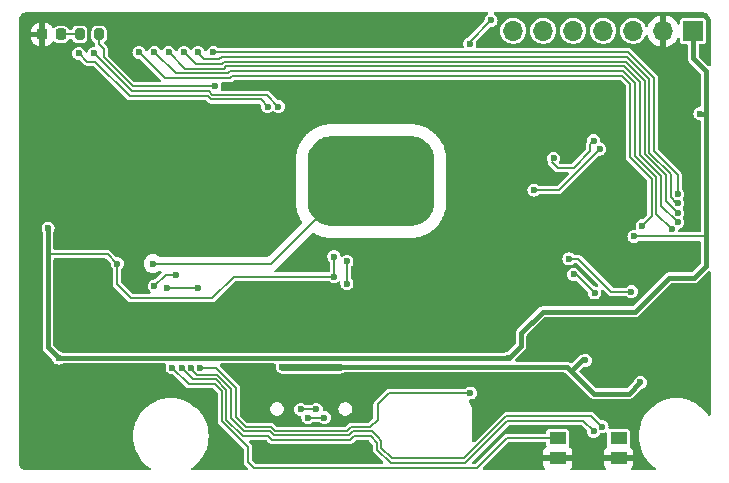
<source format=gbr>
%TF.GenerationSoftware,KiCad,Pcbnew,8.0.7*%
%TF.CreationDate,2025-01-23T23:10:57+01:00*%
%TF.ProjectId,scd30_esp,73636433-305f-4657-9370-2e6b69636164,rev?*%
%TF.SameCoordinates,Original*%
%TF.FileFunction,Copper,L2,Bot*%
%TF.FilePolarity,Positive*%
%FSLAX46Y46*%
G04 Gerber Fmt 4.6, Leading zero omitted, Abs format (unit mm)*
G04 Created by KiCad (PCBNEW 8.0.7) date 2025-01-23 23:10:57*
%MOMM*%
%LPD*%
G01*
G04 APERTURE LIST*
G04 Aperture macros list*
%AMRoundRect*
0 Rectangle with rounded corners*
0 $1 Rounding radius*
0 $2 $3 $4 $5 $6 $7 $8 $9 X,Y pos of 4 corners*
0 Add a 4 corners polygon primitive as box body*
4,1,4,$2,$3,$4,$5,$6,$7,$8,$9,$2,$3,0*
0 Add four circle primitives for the rounded corners*
1,1,$1+$1,$2,$3*
1,1,$1+$1,$4,$5*
1,1,$1+$1,$6,$7*
1,1,$1+$1,$8,$9*
0 Add four rect primitives between the rounded corners*
20,1,$1+$1,$2,$3,$4,$5,0*
20,1,$1+$1,$4,$5,$6,$7,0*
20,1,$1+$1,$6,$7,$8,$9,0*
20,1,$1+$1,$8,$9,$2,$3,0*%
G04 Aperture macros list end*
%TA.AperFunction,ComponentPad*%
%ADD10R,1.700000X1.700000*%
%TD*%
%TA.AperFunction,ComponentPad*%
%ADD11O,1.700000X1.700000*%
%TD*%
%TA.AperFunction,ComponentPad*%
%ADD12O,1.000000X2.100000*%
%TD*%
%TA.AperFunction,ComponentPad*%
%ADD13O,1.000000X1.600000*%
%TD*%
%TA.AperFunction,SMDPad,CuDef*%
%ADD14C,1.000000*%
%TD*%
%TA.AperFunction,SMDPad,CuDef*%
%ADD15R,1.450000X1.000000*%
%TD*%
%TA.AperFunction,SMDPad,CuDef*%
%ADD16RoundRect,0.200000X-0.200000X-0.275000X0.200000X-0.275000X0.200000X0.275000X-0.200000X0.275000X0*%
%TD*%
%TA.AperFunction,SMDPad,CuDef*%
%ADD17RoundRect,0.218750X-0.218750X-0.256250X0.218750X-0.256250X0.218750X0.256250X-0.218750X0.256250X0*%
%TD*%
%TA.AperFunction,ViaPad*%
%ADD18C,0.600000*%
%TD*%
%TA.AperFunction,Conductor*%
%ADD19C,0.400000*%
%TD*%
%TA.AperFunction,Conductor*%
%ADD20C,0.200000*%
%TD*%
%TA.AperFunction,Conductor*%
%ADD21C,0.600000*%
%TD*%
G04 APERTURE END LIST*
D10*
%TO.P,J1,1,Pin_1*%
%TO.N,+3V3*%
X166925000Y-79400000D03*
D11*
%TO.P,J1,2,Pin_2*%
%TO.N,GND*%
X164385000Y-79400000D03*
%TO.P,J1,3,Pin_3*%
%TO.N,/SCL*%
X161845000Y-79400000D03*
%TO.P,J1,4,Pin_4*%
%TO.N,/SDA*%
X159305000Y-79400000D03*
%TO.P,J1,5,Pin_5*%
%TO.N,/RDY*%
X156765000Y-79400000D03*
%TO.P,J1,6,Pin_6*%
%TO.N,/PWM*%
X154225000Y-79400000D03*
%TO.P,J1,7,Pin_7*%
%TO.N,/SEL*%
X151685000Y-79400000D03*
%TD*%
D12*
%TO.P,J2,S1,SHIELD*%
%TO.N,GND*%
X130255000Y-110870000D03*
D13*
X130255000Y-115050000D03*
D12*
X138895000Y-110870000D03*
D13*
X138895000Y-115050000D03*
%TD*%
D14*
%TO.P,TP1,1,1*%
%TO.N,/TOUCH*%
X139800000Y-91900000D03*
%TD*%
D15*
%TO.P,SW1,1,A*%
%TO.N,/BTN*%
X160600000Y-113850000D03*
X155450000Y-113850000D03*
%TO.P,SW1,2,B*%
%TO.N,GND*%
X160600000Y-115550000D03*
X155450000Y-115550000D03*
%TD*%
D16*
%TO.P,R17,1*%
%TO.N,Net-(D7-A)*%
X114975000Y-79700000D03*
%TO.P,R17,2*%
%TO.N,/status_led*%
X116625000Y-79700000D03*
%TD*%
D17*
%TO.P,D7,1,K*%
%TO.N,GND*%
X111812500Y-79700000D03*
%TO.P,D7,2,A*%
%TO.N,Net-(D7-A)*%
X113387500Y-79700000D03*
%TD*%
D18*
%TO.N,+3V3*%
X151300000Y-107100000D03*
X118150000Y-99100000D03*
X136500000Y-98500000D03*
X161900000Y-96800000D03*
X113200000Y-107100000D03*
X136500000Y-100200000D03*
X112300000Y-96100000D03*
X167500000Y-86400000D03*
%TO.N,GND*%
X126800000Y-95000000D03*
X131650000Y-106250000D03*
X156700000Y-90200000D03*
X160200000Y-108200000D03*
X160200000Y-109200000D03*
X156900000Y-104600000D03*
X133500000Y-112650000D03*
X141300000Y-103300000D03*
X128400000Y-116200000D03*
X119200000Y-107900000D03*
X145550000Y-106300000D03*
X125250000Y-106050000D03*
X132600000Y-101450000D03*
X115100000Y-106300000D03*
X159700000Y-95900000D03*
X114700000Y-111400000D03*
X160600000Y-80300000D03*
X111050000Y-81600000D03*
X116100000Y-110600000D03*
X151300000Y-90700000D03*
X129300000Y-80500000D03*
X121600000Y-106300000D03*
X125250000Y-103300000D03*
X111200000Y-105700000D03*
X130900000Y-84000000D03*
X151700000Y-104100000D03*
X139200000Y-79800000D03*
X118770000Y-88800000D03*
X140200000Y-84000000D03*
X128250000Y-101750000D03*
X136650000Y-114750000D03*
X117370000Y-88800000D03*
X127600000Y-107900000D03*
X132400000Y-114750000D03*
X151650000Y-116200000D03*
X116000000Y-82700000D03*
X153750000Y-114600000D03*
X154200000Y-105400000D03*
X128900000Y-111700000D03*
X135900000Y-84000000D03*
X120170000Y-91600000D03*
X111050000Y-95700000D03*
X164300000Y-89200000D03*
X118770000Y-91600000D03*
X121200000Y-83400000D03*
X118770000Y-90200000D03*
X114400000Y-107900000D03*
X115700000Y-99000000D03*
X122600000Y-104800000D03*
X122800000Y-85700000D03*
X114000000Y-99700000D03*
X118800000Y-85600000D03*
X128400000Y-115000000D03*
X120170000Y-88800000D03*
X158000000Y-115750000D03*
X127300000Y-86000000D03*
X159700000Y-87200000D03*
X135400000Y-80100000D03*
X165100000Y-99300000D03*
X127400000Y-84100000D03*
X163500000Y-104600000D03*
X157800000Y-108200000D03*
X119200000Y-99000000D03*
X110400000Y-78300000D03*
X167200000Y-96100000D03*
X111800000Y-78200000D03*
X155100000Y-87400000D03*
X127700000Y-106300000D03*
X119300000Y-95000000D03*
X162500000Y-107500000D03*
X121700000Y-107900000D03*
X127300000Y-91100000D03*
X117000000Y-114300000D03*
X167100000Y-109000000D03*
X141400000Y-97300000D03*
X160200000Y-106800000D03*
X137200000Y-101700000D03*
X132700000Y-111400000D03*
X125300000Y-116300000D03*
X113200000Y-105200000D03*
X119400000Y-106100000D03*
X162550000Y-116300000D03*
X141100000Y-108750000D03*
X153700000Y-100800000D03*
X151900000Y-110900000D03*
X150400000Y-108650000D03*
X112400000Y-114500000D03*
X137200000Y-105400000D03*
X167000000Y-105900000D03*
X120000000Y-110300000D03*
X111050000Y-90900000D03*
X110200000Y-111400000D03*
X151900000Y-95800000D03*
X126200000Y-110100000D03*
X167200000Y-97500000D03*
X113600000Y-102500000D03*
X120170000Y-90200000D03*
X136400000Y-112650000D03*
X154900000Y-99400000D03*
X152200000Y-113100000D03*
X112800000Y-81300000D03*
X162600000Y-94900000D03*
X111050000Y-87000000D03*
X111400000Y-102500000D03*
X129400000Y-98100000D03*
X166000000Y-89200000D03*
X165100000Y-104200000D03*
X145900000Y-83900000D03*
X167200000Y-101200000D03*
X111500000Y-113600000D03*
X115000000Y-114500000D03*
X159000000Y-97800000D03*
X164300000Y-102200000D03*
X153900000Y-113100000D03*
X153800000Y-110800000D03*
X152150000Y-114500000D03*
X111050000Y-83800000D03*
X166000000Y-102200000D03*
X159900000Y-104600000D03*
X150400000Y-106300000D03*
X132700000Y-96100000D03*
X159700000Y-90600000D03*
X164900000Y-108000000D03*
X160600000Y-88800000D03*
X136500000Y-111400000D03*
X157100000Y-113400000D03*
X114200000Y-95000000D03*
X117800000Y-110400000D03*
X117000000Y-109100000D03*
X165100000Y-87200000D03*
X117370000Y-90200000D03*
X115800000Y-102500000D03*
X130900000Y-80400000D03*
X120000000Y-116300000D03*
X135300000Y-106400000D03*
X117370000Y-91600000D03*
X145550000Y-108600000D03*
%TO.N,VBUS*%
X162440000Y-109160000D03*
X132125000Y-107855000D03*
X157800000Y-107300000D03*
X132900000Y-107855000D03*
X136200000Y-107855000D03*
X137000000Y-107855000D03*
%TO.N,/MCU_RX+*%
X116200000Y-81300000D03*
X131800000Y-85800000D03*
%TO.N,/MCU_TX-*%
X130900000Y-85800000D03*
X114900000Y-81300000D03*
%TO.N,/D-*%
X133700000Y-111450000D03*
X135000000Y-111450000D03*
%TO.N,/D+*%
X135700000Y-112150000D03*
X134300000Y-112150000D03*
%TO.N,Net-(Q3A-S)*%
X137600000Y-98900000D03*
X137600000Y-100800000D03*
%TO.N,/Waveshare E-ink/VGL*%
X161681250Y-101481250D03*
X156400000Y-98700000D03*
%TO.N,/Waveshare E-ink/VGH*%
X156800000Y-100000000D03*
X158581250Y-101581250D03*
%TO.N,/~{DISP_CS}*%
X165600000Y-95600000D03*
X122500000Y-81200000D03*
%TO.N,/Waveshare E-ink/GDR*%
X158500000Y-88700000D03*
X155100000Y-90200000D03*
%TO.N,/Waveshare E-ink/RESE*%
X159000000Y-89400000D03*
X153443750Y-92881250D03*
%TO.N,/SCLK*%
X165100000Y-96200000D03*
X121300000Y-81200000D03*
%TO.N,/~{DISP_RST}*%
X125000000Y-81200000D03*
X165600000Y-94000000D03*
%TO.N,/~{DISP_D{slash}C}*%
X165600000Y-94800000D03*
X123800000Y-81200000D03*
%TO.N,/DISP_BUSY*%
X165600000Y-93200000D03*
X126300000Y-81200000D03*
%TO.N,/QWIIC_SCL*%
X125000000Y-101200000D03*
X159200000Y-112900000D03*
X122350000Y-101200000D03*
X124400000Y-107900000D03*
%TO.N,/QWIIC_SDA*%
X158500000Y-113300000D03*
X123150000Y-100050000D03*
X123600000Y-107900000D03*
X121300000Y-101000000D03*
%TO.N,/TOUCH*%
X121200000Y-99100000D03*
%TO.N,/IR_RX*%
X125200000Y-107900000D03*
X148050000Y-110050000D03*
%TO.N,/DISP_SDA*%
X120000000Y-81200000D03*
X162600000Y-95900000D03*
%TO.N,/BTN*%
X122800000Y-107900000D03*
%TO.N,/IR_TX_L*%
X149800000Y-78500000D03*
X148000000Y-80500000D03*
%TO.N,/status_led*%
X126400000Y-84100000D03*
%TD*%
D19*
%TO.N,+3V3*%
X161975000Y-103175000D02*
X154175000Y-103175000D01*
X167000000Y-100300000D02*
X164850000Y-100300000D01*
D20*
X117350000Y-98300000D02*
X112300000Y-98300000D01*
D19*
X151300000Y-107100000D02*
X114700000Y-107100000D01*
X168000000Y-99300000D02*
X167000000Y-100300000D01*
X167500000Y-86400000D02*
X168000000Y-86400000D01*
D20*
X126200000Y-102000000D02*
X119300000Y-102000000D01*
D19*
X168000000Y-86400000D02*
X168000000Y-96800000D01*
X152350000Y-106050000D02*
X151300000Y-107100000D01*
D20*
X136500000Y-98500000D02*
X136500000Y-100200000D01*
D19*
X112300000Y-98300000D02*
X112300000Y-96100000D01*
X166925000Y-81725000D02*
X168000000Y-82800000D01*
D20*
X161900000Y-96800000D02*
X168000000Y-96800000D01*
D19*
X152350000Y-105000000D02*
X152350000Y-106050000D01*
X168000000Y-82800000D02*
X168000000Y-86400000D01*
D20*
X118150000Y-100850000D02*
X118150000Y-99100000D01*
X134400000Y-100200000D02*
X128000000Y-100200000D01*
D19*
X168000000Y-96800000D02*
X168000000Y-99300000D01*
D20*
X119300000Y-102000000D02*
X118150000Y-100850000D01*
D19*
X114700000Y-107100000D02*
X113200000Y-107100000D01*
D20*
X136500000Y-100200000D02*
X134400000Y-100200000D01*
D19*
X112300000Y-106200000D02*
X112300000Y-98300000D01*
X113200000Y-107100000D02*
X112300000Y-106200000D01*
X166925000Y-79400000D02*
X166925000Y-81725000D01*
X154175000Y-103175000D02*
X152350000Y-105000000D01*
X164850000Y-100300000D02*
X161975000Y-103175000D01*
D20*
X118150000Y-99100000D02*
X117350000Y-98300000D01*
X128000000Y-100200000D02*
X126200000Y-102000000D01*
D19*
%TO.N,VBUS*%
X156145000Y-107855000D02*
X156255000Y-107855000D01*
X156600000Y-108200000D02*
X158500000Y-110100000D01*
X157800000Y-107300000D02*
X157500000Y-107300000D01*
X156255000Y-107855000D02*
X156600000Y-108200000D01*
X158500000Y-110100000D02*
X161500000Y-110100000D01*
X137000000Y-107855000D02*
X156145000Y-107855000D01*
D21*
X132125000Y-107855000D02*
X137000000Y-107855000D01*
D19*
X157500000Y-107300000D02*
X156600000Y-108200000D01*
X161500000Y-110100000D02*
X162440000Y-109160000D01*
D20*
%TO.N,/MCU_RX+*%
X126200000Y-84800000D02*
X130800000Y-84800000D01*
X119400000Y-84500000D02*
X125900000Y-84500000D01*
X125900000Y-84500000D02*
X126200000Y-84800000D01*
X130800000Y-84800000D02*
X131800000Y-85800000D01*
X116200000Y-81300000D02*
X119400000Y-84500000D01*
%TO.N,/MCU_TX-*%
X119200000Y-84900000D02*
X125800000Y-84900000D01*
X114900000Y-81300000D02*
X115600000Y-82000000D01*
X130300000Y-85200000D02*
X130900000Y-85800000D01*
X116300000Y-82000000D02*
X119200000Y-84900000D01*
X125800000Y-84900000D02*
X126100000Y-85200000D01*
X126100000Y-85200000D02*
X130300000Y-85200000D01*
X115600000Y-82000000D02*
X116300000Y-82000000D01*
%TO.N,/D-*%
X135000000Y-111450000D02*
X133700000Y-111450000D01*
%TO.N,/D+*%
X134300000Y-112150000D02*
X135700000Y-112150000D01*
%TO.N,Net-(Q3A-S)*%
X137600000Y-98900000D02*
X137600000Y-100800000D01*
%TO.N,/Waveshare E-ink/VGL*%
X157200000Y-98700000D02*
X159981250Y-101481250D01*
X159981250Y-101481250D02*
X161681250Y-101481250D01*
X156400000Y-98700000D02*
X157200000Y-98700000D01*
%TO.N,/Waveshare E-ink/VGH*%
X156800000Y-100000000D02*
X157000000Y-100000000D01*
X157000000Y-100000000D02*
X158581250Y-101581250D01*
%TO.N,/~{DISP_CS}*%
X123900000Y-82600000D02*
X122500000Y-81200000D01*
X127400000Y-82400000D02*
X127200000Y-82600000D01*
X162400000Y-83700000D02*
X161100000Y-82400000D01*
X127200000Y-82600000D02*
X123900000Y-82600000D01*
X165600000Y-95600000D02*
X164200000Y-94200000D01*
X161100000Y-82400000D02*
X127400000Y-82400000D01*
X162400000Y-89894974D02*
X162400000Y-83700000D01*
X164200000Y-94200000D02*
X164200000Y-91694974D01*
X164200000Y-91694974D02*
X162400000Y-89894974D01*
%TO.N,/Waveshare E-ink/GDR*%
X155462500Y-91000000D02*
X154962500Y-90500000D01*
X158200000Y-89600000D02*
X156800000Y-91000000D01*
X158200000Y-89000000D02*
X158200000Y-89600000D01*
X158500000Y-88700000D02*
X158200000Y-89000000D01*
X156800000Y-91000000D02*
X155462500Y-91000000D01*
%TO.N,/Waveshare E-ink/RESE*%
X155518750Y-92881250D02*
X153443750Y-92881250D01*
X159000000Y-89400000D02*
X155518750Y-92881250D01*
%TO.N,/SCLK*%
X163800000Y-94900000D02*
X163800000Y-91800000D01*
X163800000Y-91800000D02*
X162000000Y-90000000D01*
X127500000Y-83000000D02*
X127700000Y-82800000D01*
X121300000Y-81200000D02*
X123100000Y-83000000D01*
X165100000Y-96200000D02*
X163800000Y-94900000D01*
X127700000Y-82800000D02*
X161005026Y-82800000D01*
X162000000Y-83794974D02*
X162000000Y-84200000D01*
X162000000Y-90000000D02*
X162000000Y-84200000D01*
X123100000Y-83000000D02*
X127500000Y-83000000D01*
X161005026Y-82800000D02*
X162000000Y-83794974D01*
%TO.N,/~{DISP_RST}*%
X165500000Y-94000000D02*
X165000000Y-93500000D01*
X125000000Y-81300000D02*
X125000000Y-81200000D01*
X125500000Y-81800000D02*
X125000000Y-81300000D01*
X149000000Y-81600000D02*
X127000000Y-81600000D01*
X165000000Y-91500000D02*
X163200000Y-89700000D01*
X165000000Y-93500000D02*
X165000000Y-91500000D01*
X165600000Y-94000000D02*
X165500000Y-94000000D01*
X127000000Y-81600000D02*
X126800000Y-81800000D01*
X126800000Y-81800000D02*
X125500000Y-81800000D01*
X163200000Y-89700000D02*
X163200000Y-83500000D01*
X163200000Y-83500000D02*
X161300000Y-81600000D01*
X161300000Y-81600000D02*
X149000000Y-81600000D01*
%TO.N,/~{DISP_D{slash}C}*%
X124800000Y-82200000D02*
X123800000Y-81200000D01*
X161200000Y-82000000D02*
X127200000Y-82000000D01*
X127000000Y-82200000D02*
X124800000Y-82200000D01*
X164600000Y-91600000D02*
X162800000Y-89800000D01*
X162800000Y-89800000D02*
X162800000Y-83600000D01*
X162800000Y-83600000D02*
X161200000Y-82000000D01*
X164600000Y-93800000D02*
X164600000Y-91600000D01*
X165600000Y-94800000D02*
X164600000Y-93800000D01*
X127200000Y-82000000D02*
X127000000Y-82200000D01*
%TO.N,/DISP_BUSY*%
X126300000Y-81200000D02*
X161400000Y-81200000D01*
X163600000Y-83400000D02*
X163600000Y-89600000D01*
X165600000Y-91600000D02*
X165600000Y-92000000D01*
X165600000Y-93200000D02*
X165600000Y-92000000D01*
X161400000Y-81200000D02*
X163600000Y-83400000D01*
X163600000Y-89600000D02*
X165600000Y-91600000D01*
%TO.N,/QWIIC_SCL*%
X124400000Y-108000000D02*
X124400000Y-107900000D01*
X140500000Y-114101330D02*
X140199335Y-113800665D01*
X124900000Y-108500000D02*
X124400000Y-108000000D01*
X140500000Y-114700000D02*
X140500000Y-114101330D01*
X137750000Y-113650000D02*
X131400000Y-113650000D01*
X139698669Y-113300000D02*
X138100000Y-113300000D01*
X138100000Y-113300000D02*
X137750000Y-113650000D01*
X141400000Y-115600000D02*
X140500000Y-114700000D01*
X125000000Y-101200000D02*
X122350000Y-101200000D01*
X158300000Y-112000000D02*
X151100000Y-112000000D01*
X126600000Y-108500000D02*
X124900000Y-108500000D01*
X131050000Y-113300000D02*
X128900000Y-113300000D01*
X127800000Y-112200000D02*
X127800000Y-109700000D01*
X128900000Y-113300000D02*
X127800000Y-112200000D01*
X131400000Y-113650000D02*
X131050000Y-113300000D01*
X151100000Y-112000000D02*
X147500000Y-115600000D01*
X140199335Y-113800665D02*
X139698669Y-113300000D01*
X159200000Y-112900000D02*
X158300000Y-112000000D01*
X127800000Y-109700000D02*
X126600000Y-108500000D01*
X147500000Y-115600000D02*
X141400000Y-115600000D01*
%TO.N,/QWIIC_SDA*%
X140150000Y-114850000D02*
X141300000Y-116000000D01*
X141300000Y-116000000D02*
X147594974Y-116000000D01*
X121300000Y-101000000D02*
X122250000Y-100050000D01*
X127400000Y-112300000D02*
X128800000Y-113700000D01*
X128800000Y-113700000D02*
X130950000Y-113700000D01*
X124600000Y-108900000D02*
X126500000Y-108900000D01*
X140150000Y-114250000D02*
X140150000Y-114850000D01*
X147594974Y-116000000D02*
X151197487Y-112397487D01*
X130950000Y-113700000D02*
X131250000Y-114000000D01*
X139600000Y-113700000D02*
X140150000Y-114250000D01*
X137900000Y-114000000D02*
X138200000Y-113700000D01*
X157597487Y-112397487D02*
X151197487Y-112397487D01*
X138200000Y-113700000D02*
X139600000Y-113700000D01*
X131250000Y-114000000D02*
X137900000Y-114000000D01*
X122250000Y-100050000D02*
X123150000Y-100050000D01*
X127400000Y-109800000D02*
X127400000Y-112300000D01*
X158500000Y-113300000D02*
X157597487Y-112397487D01*
X123600000Y-107900000D02*
X124600000Y-108900000D01*
X126500000Y-108900000D02*
X127400000Y-109800000D01*
%TO.N,/TOUCH*%
X131200000Y-99100000D02*
X138400000Y-91900000D01*
X121200000Y-99100000D02*
X131200000Y-99100000D01*
X138400000Y-91900000D02*
X139800000Y-91900000D01*
%TO.N,/IR_RX*%
X128200000Y-112100000D02*
X129050000Y-112950000D01*
X125200000Y-107900000D02*
X126500000Y-107900000D01*
X131300000Y-113050000D02*
X131300000Y-113055026D01*
X128200000Y-109600000D02*
X128200000Y-112100000D01*
X131200000Y-112950000D02*
X131300000Y-113050000D01*
X131300000Y-113055026D02*
X131544974Y-113300000D01*
X141150000Y-110050000D02*
X148050000Y-110050000D01*
X140200000Y-112300000D02*
X140200000Y-111000000D01*
X129050000Y-112950000D02*
X131200000Y-112950000D01*
X131544974Y-113300000D02*
X137600000Y-113300000D01*
X137600000Y-113300000D02*
X137950000Y-112950000D01*
X126500000Y-107900000D02*
X128200000Y-109600000D01*
X137950000Y-112950000D02*
X139550000Y-112950000D01*
X140200000Y-111000000D02*
X141150000Y-110050000D01*
X139550000Y-112950000D02*
X140200000Y-112300000D01*
%TO.N,/DISP_SDA*%
X163400000Y-95100000D02*
X162600000Y-95900000D01*
X163400000Y-93800000D02*
X163400000Y-95100000D01*
X127900000Y-83200000D02*
X147900000Y-83200000D01*
X127700000Y-83400000D02*
X127900000Y-83200000D01*
X161600000Y-90100000D02*
X162600000Y-91100000D01*
X122200000Y-83400000D02*
X127700000Y-83400000D01*
X161600000Y-85400000D02*
X161600000Y-90100000D01*
X163400000Y-91900000D02*
X163400000Y-93800000D01*
X147900000Y-83200000D02*
X160900000Y-83200000D01*
X162600000Y-91100000D02*
X163400000Y-91900000D01*
X160900000Y-83200000D02*
X161600000Y-83900000D01*
X120000000Y-81200000D02*
X122200000Y-83400000D01*
X161600000Y-83900000D02*
X161600000Y-85400000D01*
%TO.N,/BTN*%
X148600000Y-116400000D02*
X151050000Y-113950000D01*
X127000000Y-112400000D02*
X129200000Y-114600000D01*
X129700000Y-116400000D02*
X148600000Y-116400000D01*
X126400000Y-109300000D02*
X127000000Y-109900000D01*
X129200000Y-114600000D02*
X129200000Y-115900000D01*
X122800000Y-107900000D02*
X124200000Y-109300000D01*
X124200000Y-109300000D02*
X126400000Y-109300000D01*
X127000000Y-109900000D02*
X127000000Y-112400000D01*
X155450000Y-113850000D02*
X151150000Y-113850000D01*
X151150000Y-113850000D02*
X151050000Y-113950000D01*
X129200000Y-115900000D02*
X129700000Y-116400000D01*
%TO.N,/IR_TX_L*%
X148000000Y-80300000D02*
X148000000Y-80500000D01*
X149800000Y-78500000D02*
X148000000Y-80300000D01*
%TO.N,/status_led*%
X117000000Y-81600000D02*
X117000000Y-80900000D01*
X116625000Y-80525000D02*
X116625000Y-79700000D01*
X126400000Y-84100000D02*
X119500000Y-84100000D01*
X117000000Y-80900000D02*
X116625000Y-80525000D01*
X119500000Y-84100000D02*
X117000000Y-81600000D01*
%TO.N,Net-(D7-A)*%
X114975000Y-79700000D02*
X113387500Y-79700000D01*
%TD*%
%TA.AperFunction,Conductor*%
%TO.N,GND*%
G36*
X149509058Y-77820185D02*
G01*
X149554813Y-77872989D01*
X149564757Y-77942147D01*
X149535732Y-78005703D01*
X149517510Y-78022871D01*
X149456921Y-78069364D01*
X149407379Y-78107379D01*
X149319137Y-78222377D01*
X149263671Y-78356287D01*
X149263670Y-78356291D01*
X149244750Y-78499999D01*
X149244750Y-78508127D01*
X149241207Y-78508127D01*
X149232869Y-78561180D01*
X149208440Y-78595877D01*
X147847028Y-79957288D01*
X147806800Y-79984168D01*
X147722378Y-80019137D01*
X147722375Y-80019138D01*
X147722375Y-80019139D01*
X147655851Y-80070185D01*
X147607379Y-80107379D01*
X147519137Y-80222377D01*
X147463671Y-80356287D01*
X147463670Y-80356291D01*
X147446598Y-80485967D01*
X147444750Y-80500000D01*
X147463670Y-80643709D01*
X147475980Y-80673429D01*
X147477894Y-80678049D01*
X147485362Y-80747518D01*
X147454086Y-80809997D01*
X147393997Y-80845649D01*
X147363332Y-80849500D01*
X126786092Y-80849500D01*
X126719053Y-80829815D01*
X126699587Y-80811913D01*
X126698372Y-80813129D01*
X126692627Y-80807384D01*
X126692621Y-80807379D01*
X126577625Y-80719139D01*
X126577624Y-80719138D01*
X126577622Y-80719137D01*
X126443712Y-80663671D01*
X126443710Y-80663670D01*
X126443709Y-80663670D01*
X126371854Y-80654210D01*
X126300001Y-80644750D01*
X126299999Y-80644750D01*
X126156291Y-80663670D01*
X126156287Y-80663671D01*
X126022377Y-80719137D01*
X125907379Y-80807379D01*
X125819137Y-80922377D01*
X125764561Y-81054139D01*
X125720720Y-81108543D01*
X125654426Y-81130608D01*
X125586727Y-81113329D01*
X125539116Y-81062192D01*
X125535439Y-81054139D01*
X125480862Y-80922377D01*
X125480861Y-80922376D01*
X125480861Y-80922375D01*
X125392621Y-80807379D01*
X125277625Y-80719139D01*
X125277624Y-80719138D01*
X125277622Y-80719137D01*
X125143712Y-80663671D01*
X125143710Y-80663670D01*
X125143709Y-80663670D01*
X125071854Y-80654210D01*
X125000001Y-80644750D01*
X124999999Y-80644750D01*
X124856291Y-80663670D01*
X124856287Y-80663671D01*
X124722377Y-80719137D01*
X124607379Y-80807379D01*
X124519139Y-80922375D01*
X124514561Y-80933428D01*
X124470719Y-80987831D01*
X124404425Y-81009895D01*
X124336726Y-80992615D01*
X124289116Y-80941478D01*
X124285439Y-80933428D01*
X124280861Y-80922375D01*
X124192621Y-80807379D01*
X124077625Y-80719139D01*
X124077624Y-80719138D01*
X124077622Y-80719137D01*
X123943712Y-80663671D01*
X123943710Y-80663670D01*
X123943709Y-80663670D01*
X123871854Y-80654210D01*
X123800001Y-80644750D01*
X123799999Y-80644750D01*
X123656291Y-80663670D01*
X123656287Y-80663671D01*
X123522377Y-80719137D01*
X123407379Y-80807379D01*
X123319137Y-80922377D01*
X123264561Y-81054139D01*
X123220720Y-81108543D01*
X123154426Y-81130608D01*
X123086727Y-81113329D01*
X123039116Y-81062192D01*
X123035439Y-81054139D01*
X122980862Y-80922377D01*
X122980861Y-80922376D01*
X122980861Y-80922375D01*
X122892621Y-80807379D01*
X122777625Y-80719139D01*
X122777624Y-80719138D01*
X122777622Y-80719137D01*
X122643712Y-80663671D01*
X122643710Y-80663670D01*
X122643709Y-80663670D01*
X122571854Y-80654210D01*
X122500001Y-80644750D01*
X122499999Y-80644750D01*
X122356291Y-80663670D01*
X122356287Y-80663671D01*
X122222377Y-80719137D01*
X122107379Y-80807379D01*
X122019139Y-80922375D01*
X122014561Y-80933428D01*
X121970719Y-80987831D01*
X121904425Y-81009895D01*
X121836726Y-80992615D01*
X121789116Y-80941478D01*
X121785439Y-80933428D01*
X121780861Y-80922375D01*
X121692621Y-80807379D01*
X121577625Y-80719139D01*
X121577624Y-80719138D01*
X121577622Y-80719137D01*
X121443712Y-80663671D01*
X121443710Y-80663670D01*
X121443709Y-80663670D01*
X121371854Y-80654210D01*
X121300001Y-80644750D01*
X121299999Y-80644750D01*
X121156291Y-80663670D01*
X121156287Y-80663671D01*
X121022377Y-80719137D01*
X120907379Y-80807379D01*
X120819137Y-80922377D01*
X120764561Y-81054139D01*
X120720720Y-81108543D01*
X120654426Y-81130608D01*
X120586727Y-81113329D01*
X120539116Y-81062192D01*
X120535439Y-81054139D01*
X120480862Y-80922377D01*
X120480861Y-80922376D01*
X120480861Y-80922375D01*
X120392621Y-80807379D01*
X120277625Y-80719139D01*
X120277624Y-80719138D01*
X120277622Y-80719137D01*
X120143712Y-80663671D01*
X120143710Y-80663670D01*
X120143709Y-80663670D01*
X120071854Y-80654210D01*
X120000001Y-80644750D01*
X119999999Y-80644750D01*
X119856291Y-80663670D01*
X119856287Y-80663671D01*
X119722377Y-80719137D01*
X119607379Y-80807379D01*
X119519137Y-80922377D01*
X119463671Y-81056287D01*
X119463670Y-81056291D01*
X119450505Y-81156291D01*
X119444750Y-81200000D01*
X119457915Y-81300000D01*
X119463670Y-81343708D01*
X119463671Y-81343712D01*
X119519137Y-81477622D01*
X119519138Y-81477624D01*
X119519139Y-81477625D01*
X119607379Y-81592621D01*
X119722375Y-81680861D01*
X119722376Y-81680861D01*
X119722377Y-81680862D01*
X119767013Y-81699350D01*
X119856291Y-81736330D01*
X120000000Y-81755250D01*
X120008129Y-81755250D01*
X120008129Y-81758828D01*
X120060970Y-81767031D01*
X120095878Y-81791560D01*
X121842137Y-83537819D01*
X121875622Y-83599142D01*
X121870638Y-83668834D01*
X121828766Y-83724767D01*
X121763302Y-83749184D01*
X121754456Y-83749500D01*
X119696544Y-83749500D01*
X119629505Y-83729815D01*
X119608863Y-83713181D01*
X117386819Y-81491137D01*
X117353334Y-81429814D01*
X117350500Y-81403456D01*
X117350500Y-80853858D01*
X117350500Y-80853856D01*
X117326614Y-80764712D01*
X117298035Y-80715212D01*
X117280470Y-80684788D01*
X117102712Y-80507030D01*
X117069227Y-80445707D01*
X117074211Y-80376015D01*
X117116083Y-80320082D01*
X117116684Y-80319634D01*
X117147150Y-80297150D01*
X117227793Y-80187882D01*
X117255962Y-80107379D01*
X117272646Y-80059701D01*
X117272646Y-80059699D01*
X117275500Y-80029269D01*
X117275500Y-79370730D01*
X117272646Y-79340300D01*
X117272646Y-79340298D01*
X117227793Y-79212119D01*
X117227792Y-79212117D01*
X117147150Y-79102850D01*
X117037882Y-79022207D01*
X117037880Y-79022206D01*
X116909700Y-78977353D01*
X116879270Y-78974500D01*
X116879266Y-78974500D01*
X116370734Y-78974500D01*
X116370730Y-78974500D01*
X116340300Y-78977353D01*
X116340298Y-78977353D01*
X116212119Y-79022206D01*
X116212117Y-79022207D01*
X116102850Y-79102850D01*
X116022207Y-79212117D01*
X116022206Y-79212119D01*
X115977353Y-79340298D01*
X115977353Y-79340300D01*
X115974500Y-79370730D01*
X115974500Y-80029269D01*
X115977353Y-80059699D01*
X115977353Y-80059701D01*
X116020656Y-80183450D01*
X116022207Y-80187882D01*
X116102850Y-80297150D01*
X116209709Y-80376015D01*
X116219595Y-80383311D01*
X116218137Y-80385285D01*
X116258515Y-80424580D01*
X116274500Y-80485480D01*
X116274500Y-80571144D01*
X116275158Y-80573600D01*
X116280299Y-80592787D01*
X116278634Y-80662636D01*
X116239470Y-80720498D01*
X116176709Y-80747816D01*
X116087567Y-80759552D01*
X116056291Y-80763670D01*
X116056290Y-80763670D01*
X116056287Y-80763671D01*
X115922377Y-80819137D01*
X115807379Y-80907379D01*
X115719137Y-81022377D01*
X115664561Y-81154139D01*
X115620720Y-81208543D01*
X115554426Y-81230608D01*
X115486727Y-81213329D01*
X115439116Y-81162192D01*
X115435439Y-81154139D01*
X115380862Y-81022377D01*
X115380861Y-81022376D01*
X115380861Y-81022375D01*
X115292621Y-80907379D01*
X115177625Y-80819139D01*
X115177624Y-80819138D01*
X115177622Y-80819137D01*
X115043712Y-80763671D01*
X115043710Y-80763670D01*
X115043709Y-80763670D01*
X114971854Y-80754210D01*
X114900001Y-80744750D01*
X114899999Y-80744750D01*
X114756291Y-80763670D01*
X114756287Y-80763671D01*
X114622377Y-80819137D01*
X114507379Y-80907379D01*
X114419137Y-81022377D01*
X114363671Y-81156287D01*
X114363670Y-81156291D01*
X114350986Y-81252637D01*
X114344750Y-81300000D01*
X114358370Y-81403456D01*
X114363670Y-81443708D01*
X114363671Y-81443712D01*
X114419137Y-81577622D01*
X114419138Y-81577624D01*
X114419139Y-81577625D01*
X114507379Y-81692621D01*
X114622375Y-81780861D01*
X114622376Y-81780861D01*
X114622377Y-81780862D01*
X114648205Y-81791560D01*
X114756291Y-81836330D01*
X114900000Y-81855250D01*
X114908129Y-81855250D01*
X114908129Y-81858828D01*
X114960970Y-81867031D01*
X114995878Y-81891560D01*
X115384787Y-82280469D01*
X115452444Y-82319531D01*
X115464712Y-82326614D01*
X115553856Y-82350500D01*
X116103456Y-82350500D01*
X116170495Y-82370185D01*
X116191137Y-82386819D01*
X117558670Y-83754351D01*
X118919531Y-85115212D01*
X118984788Y-85180469D01*
X118984791Y-85180470D01*
X118984794Y-85180473D01*
X119064706Y-85226611D01*
X119064707Y-85226611D01*
X119064712Y-85226614D01*
X119153856Y-85250500D01*
X125603456Y-85250500D01*
X125670495Y-85270185D01*
X125691137Y-85286819D01*
X125884788Y-85480470D01*
X125957370Y-85522375D01*
X125964712Y-85526614D01*
X126053856Y-85550500D01*
X130103456Y-85550500D01*
X130170495Y-85570185D01*
X130191137Y-85586819D01*
X130308440Y-85704122D01*
X130341925Y-85765445D01*
X130343067Y-85791873D01*
X130344750Y-85791873D01*
X130344750Y-85799999D01*
X130344750Y-85800000D01*
X130353132Y-85863670D01*
X130363670Y-85943708D01*
X130363671Y-85943712D01*
X130419137Y-86077622D01*
X130419138Y-86077624D01*
X130419139Y-86077625D01*
X130507379Y-86192621D01*
X130622375Y-86280861D01*
X130756291Y-86336330D01*
X130883280Y-86353048D01*
X130899999Y-86355250D01*
X130900000Y-86355250D01*
X130900001Y-86355250D01*
X130914977Y-86353278D01*
X131043709Y-86336330D01*
X131177625Y-86280861D01*
X131274515Y-86206514D01*
X131339682Y-86181321D01*
X131408127Y-86195359D01*
X131425480Y-86206510D01*
X131522375Y-86280861D01*
X131656291Y-86336330D01*
X131783280Y-86353048D01*
X131799999Y-86355250D01*
X131800000Y-86355250D01*
X131800001Y-86355250D01*
X131814977Y-86353278D01*
X131943709Y-86336330D01*
X132077625Y-86280861D01*
X132192621Y-86192621D01*
X132280861Y-86077625D01*
X132336330Y-85943709D01*
X132355250Y-85800000D01*
X132336330Y-85656291D01*
X132282617Y-85526614D01*
X132280862Y-85522377D01*
X132280861Y-85522376D01*
X132280861Y-85522375D01*
X132192621Y-85407379D01*
X132077625Y-85319139D01*
X132077624Y-85319138D01*
X132077622Y-85319137D01*
X131943712Y-85263671D01*
X131943710Y-85263670D01*
X131943709Y-85263670D01*
X131843675Y-85250500D01*
X131800001Y-85244750D01*
X131791873Y-85244750D01*
X131791873Y-85241243D01*
X131738613Y-85232772D01*
X131704122Y-85208440D01*
X131015213Y-84519531D01*
X131015208Y-84519527D01*
X130935290Y-84473387D01*
X130935289Y-84473386D01*
X130935288Y-84473386D01*
X130846144Y-84449500D01*
X130846143Y-84449500D01*
X127036668Y-84449500D01*
X126969629Y-84429815D01*
X126923874Y-84377011D01*
X126913930Y-84307853D01*
X126922106Y-84278049D01*
X126936330Y-84243709D01*
X126955250Y-84100000D01*
X126936330Y-83956291D01*
X126922105Y-83921950D01*
X126914638Y-83852482D01*
X126945914Y-83790003D01*
X127006003Y-83754351D01*
X127036668Y-83750500D01*
X127746142Y-83750500D01*
X127746144Y-83750500D01*
X127835288Y-83726614D01*
X127915212Y-83680470D01*
X128008863Y-83586819D01*
X128070186Y-83553334D01*
X128096544Y-83550500D01*
X147853856Y-83550500D01*
X160703456Y-83550500D01*
X160770495Y-83570185D01*
X160791137Y-83586819D01*
X161213181Y-84008863D01*
X161246666Y-84070186D01*
X161249500Y-84096544D01*
X161249500Y-90146146D01*
X161257350Y-90175440D01*
X161257350Y-90175442D01*
X161257351Y-90175442D01*
X161273387Y-90235290D01*
X161319527Y-90315208D01*
X161319531Y-90315213D01*
X163013181Y-92008863D01*
X163046666Y-92070186D01*
X163049500Y-92096544D01*
X163049500Y-94903455D01*
X163029815Y-94970494D01*
X163013181Y-94991136D01*
X162695877Y-95308439D01*
X162634554Y-95341924D01*
X162608128Y-95343208D01*
X162608128Y-95344750D01*
X162600000Y-95344750D01*
X162456291Y-95363670D01*
X162456287Y-95363671D01*
X162322377Y-95419137D01*
X162207379Y-95507379D01*
X162119137Y-95622377D01*
X162063671Y-95756287D01*
X162063670Y-95756291D01*
X162044750Y-95900000D01*
X162063670Y-96043709D01*
X162078997Y-96080712D01*
X162086465Y-96150181D01*
X162055189Y-96212660D01*
X161995100Y-96248312D01*
X161948250Y-96251102D01*
X161900002Y-96244750D01*
X161899999Y-96244750D01*
X161756291Y-96263670D01*
X161756287Y-96263671D01*
X161622377Y-96319137D01*
X161507379Y-96407379D01*
X161419137Y-96522377D01*
X161363671Y-96656287D01*
X161363670Y-96656291D01*
X161344750Y-96800000D01*
X161358631Y-96905438D01*
X161363670Y-96943708D01*
X161363671Y-96943712D01*
X161419137Y-97077622D01*
X161419138Y-97077624D01*
X161419139Y-97077625D01*
X161507379Y-97192621D01*
X161622375Y-97280861D01*
X161756291Y-97336330D01*
X161883280Y-97353048D01*
X161899999Y-97355250D01*
X161900000Y-97355250D01*
X161900001Y-97355250D01*
X161914977Y-97353278D01*
X162043709Y-97336330D01*
X162177625Y-97280861D01*
X162292621Y-97192621D01*
X162292623Y-97192617D01*
X162292627Y-97192615D01*
X162298372Y-97186871D01*
X162300888Y-97189387D01*
X162344183Y-97157797D01*
X162386092Y-97150500D01*
X167425500Y-97150500D01*
X167492539Y-97170185D01*
X167538294Y-97222989D01*
X167549500Y-97274500D01*
X167549500Y-99062035D01*
X167529815Y-99129074D01*
X167513181Y-99149716D01*
X166849716Y-99813181D01*
X166788393Y-99846666D01*
X166762035Y-99849500D01*
X164790691Y-99849500D01*
X164706907Y-99871949D01*
X164706907Y-99871950D01*
X164676113Y-99880201D01*
X164676112Y-99880201D01*
X164676110Y-99880202D01*
X164573386Y-99939511D01*
X164573383Y-99939513D01*
X161824716Y-102688181D01*
X161763393Y-102721666D01*
X161737035Y-102724500D01*
X154115691Y-102724500D01*
X154025325Y-102748713D01*
X154025324Y-102748712D01*
X154001115Y-102755200D01*
X154001106Y-102755204D01*
X153898392Y-102814505D01*
X153898384Y-102814511D01*
X151989513Y-104723383D01*
X151989509Y-104723389D01*
X151930201Y-104826112D01*
X151930200Y-104826117D01*
X151899500Y-104940691D01*
X151899500Y-105812034D01*
X151879815Y-105879073D01*
X151863181Y-105899715D01*
X151235499Y-106527396D01*
X151174176Y-106560881D01*
X151164009Y-106562653D01*
X151156293Y-106563669D01*
X151156291Y-106563669D01*
X151022376Y-106619138D01*
X151022370Y-106619141D01*
X151016199Y-106623877D01*
X150951030Y-106649070D01*
X150940715Y-106649500D01*
X113559285Y-106649500D01*
X113492246Y-106629815D01*
X113483801Y-106623877D01*
X113477629Y-106619141D01*
X113477623Y-106619138D01*
X113343710Y-106563670D01*
X113340002Y-106563182D01*
X113335990Y-106562653D01*
X113272096Y-106534385D01*
X113264499Y-106527396D01*
X112786819Y-106049716D01*
X112753334Y-105988393D01*
X112750500Y-105962035D01*
X112750500Y-98774500D01*
X112770185Y-98707461D01*
X112822989Y-98661706D01*
X112874500Y-98650500D01*
X117153456Y-98650500D01*
X117220495Y-98670185D01*
X117241137Y-98686819D01*
X117558440Y-99004122D01*
X117591925Y-99065445D01*
X117593067Y-99091873D01*
X117594750Y-99091873D01*
X117594750Y-99099999D01*
X117594750Y-99100000D01*
X117612698Y-99236329D01*
X117613670Y-99243708D01*
X117613671Y-99243712D01*
X117669138Y-99377623D01*
X117669139Y-99377625D01*
X117757380Y-99492623D01*
X117763126Y-99498369D01*
X117760574Y-99500920D01*
X117792091Y-99543873D01*
X117799500Y-99586092D01*
X117799500Y-100896143D01*
X117823252Y-100984789D01*
X117823385Y-100985287D01*
X117869527Y-101065208D01*
X117869529Y-101065211D01*
X117869530Y-101065212D01*
X119084788Y-102280470D01*
X119164712Y-102326614D01*
X119253856Y-102350500D01*
X119253857Y-102350500D01*
X119253858Y-102350500D01*
X126246142Y-102350500D01*
X126246144Y-102350500D01*
X126335288Y-102326614D01*
X126415212Y-102280470D01*
X128108862Y-100586818D01*
X128170185Y-100553334D01*
X128196543Y-100550500D01*
X134353856Y-100550500D01*
X136013908Y-100550500D01*
X136080947Y-100570185D01*
X136100412Y-100588086D01*
X136101628Y-100586871D01*
X136107372Y-100592615D01*
X136107377Y-100592619D01*
X136107379Y-100592621D01*
X136222375Y-100680861D01*
X136356291Y-100736330D01*
X136483280Y-100753048D01*
X136499999Y-100755250D01*
X136500000Y-100755250D01*
X136500001Y-100755250D01*
X136514977Y-100753278D01*
X136643709Y-100736330D01*
X136777625Y-100680861D01*
X136854718Y-100621704D01*
X136919882Y-100596512D01*
X136988327Y-100610550D01*
X137038318Y-100659363D01*
X137053982Y-100727454D01*
X137053140Y-100736267D01*
X137046485Y-100786819D01*
X137044750Y-100800000D01*
X137052160Y-100856287D01*
X137063670Y-100943708D01*
X137063671Y-100943712D01*
X137119137Y-101077622D01*
X137119138Y-101077624D01*
X137119139Y-101077625D01*
X137207379Y-101192621D01*
X137322375Y-101280861D01*
X137322376Y-101280861D01*
X137322377Y-101280862D01*
X137363598Y-101297936D01*
X137456291Y-101336330D01*
X137583280Y-101353048D01*
X137599999Y-101355250D01*
X137600000Y-101355250D01*
X137600001Y-101355250D01*
X137614977Y-101353278D01*
X137743709Y-101336330D01*
X137877625Y-101280861D01*
X137992621Y-101192621D01*
X138080861Y-101077625D01*
X138136330Y-100943709D01*
X138155250Y-100800000D01*
X138136330Y-100656291D01*
X138086641Y-100536329D01*
X138080862Y-100522377D01*
X138080861Y-100522376D01*
X138080861Y-100522375D01*
X137992621Y-100407379D01*
X137992619Y-100407377D01*
X137992615Y-100407372D01*
X137986871Y-100401628D01*
X137989387Y-100399111D01*
X137957797Y-100355817D01*
X137950500Y-100313908D01*
X137950500Y-99386092D01*
X137970185Y-99319053D01*
X137988114Y-99299609D01*
X137986874Y-99298369D01*
X137992619Y-99292623D01*
X138002877Y-99279255D01*
X138080861Y-99177625D01*
X138136330Y-99043709D01*
X138155250Y-98900000D01*
X138136330Y-98756291D01*
X138113014Y-98700000D01*
X155844750Y-98700000D01*
X155854969Y-98777623D01*
X155863670Y-98843708D01*
X155863671Y-98843712D01*
X155919137Y-98977622D01*
X155919138Y-98977624D01*
X155919139Y-98977625D01*
X156007379Y-99092621D01*
X156122375Y-99180861D01*
X156256291Y-99236330D01*
X156383280Y-99253048D01*
X156399999Y-99255250D01*
X156400000Y-99255250D01*
X156400001Y-99255250D01*
X156414977Y-99253278D01*
X156543709Y-99236330D01*
X156677625Y-99180861D01*
X156792621Y-99092621D01*
X156792623Y-99092617D01*
X156792627Y-99092615D01*
X156798372Y-99086871D01*
X156800888Y-99089387D01*
X156844183Y-99057797D01*
X156886092Y-99050500D01*
X157003456Y-99050500D01*
X157070495Y-99070185D01*
X157091137Y-99086819D01*
X158840702Y-100836384D01*
X158874187Y-100897707D01*
X158869203Y-100967399D01*
X158827331Y-101023332D01*
X158761867Y-101047749D01*
X158733144Y-101045007D01*
X158733016Y-101045981D01*
X158724959Y-101044920D01*
X158632775Y-101032783D01*
X158581251Y-101026000D01*
X158573123Y-101026000D01*
X158573123Y-101022493D01*
X158519863Y-101014022D01*
X158485372Y-100989690D01*
X157342710Y-99847028D01*
X157315830Y-99806799D01*
X157280862Y-99722377D01*
X157280861Y-99722376D01*
X157280861Y-99722375D01*
X157192621Y-99607379D01*
X157077625Y-99519139D01*
X157077624Y-99519138D01*
X157077622Y-99519137D01*
X156943712Y-99463671D01*
X156943710Y-99463670D01*
X156943709Y-99463670D01*
X156836254Y-99449523D01*
X156800001Y-99444750D01*
X156799999Y-99444750D01*
X156656291Y-99463670D01*
X156656287Y-99463671D01*
X156522377Y-99519137D01*
X156407379Y-99607379D01*
X156319137Y-99722377D01*
X156263671Y-99856287D01*
X156263670Y-99856291D01*
X156244750Y-99999999D01*
X156244750Y-100000000D01*
X156263670Y-100143708D01*
X156263671Y-100143712D01*
X156319137Y-100277622D01*
X156319138Y-100277624D01*
X156319139Y-100277625D01*
X156407379Y-100392621D01*
X156522375Y-100480861D01*
X156656291Y-100536330D01*
X156783280Y-100553048D01*
X156799999Y-100555250D01*
X156800000Y-100555250D01*
X156800001Y-100555250D01*
X156836079Y-100550500D01*
X156943709Y-100536330D01*
X156943716Y-100536326D01*
X156951010Y-100534373D01*
X157020860Y-100536036D01*
X157070785Y-100566467D01*
X157989690Y-101485372D01*
X158023175Y-101546695D01*
X158024317Y-101573123D01*
X158026000Y-101573123D01*
X158026000Y-101581249D01*
X158026000Y-101581250D01*
X158034985Y-101649500D01*
X158044920Y-101724958D01*
X158044921Y-101724962D01*
X158100387Y-101858872D01*
X158100388Y-101858874D01*
X158100389Y-101858875D01*
X158188629Y-101973871D01*
X158303625Y-102062111D01*
X158437541Y-102117580D01*
X158564530Y-102134298D01*
X158581249Y-102136500D01*
X158581250Y-102136500D01*
X158581251Y-102136500D01*
X158596227Y-102134528D01*
X158724959Y-102117580D01*
X158858875Y-102062111D01*
X158973871Y-101973871D01*
X159062111Y-101858875D01*
X159117580Y-101724959D01*
X159136500Y-101581250D01*
X159117580Y-101437541D01*
X159117579Y-101437540D01*
X159116519Y-101429484D01*
X159118957Y-101429162D01*
X159120318Y-101371734D01*
X159159474Y-101313868D01*
X159223700Y-101286357D01*
X159292603Y-101297936D01*
X159326115Y-101321797D01*
X159766037Y-101761719D01*
X159845962Y-101807864D01*
X159935106Y-101831750D01*
X161195158Y-101831750D01*
X161262197Y-101851435D01*
X161281662Y-101869336D01*
X161282878Y-101868121D01*
X161288622Y-101873865D01*
X161288627Y-101873869D01*
X161288629Y-101873871D01*
X161403625Y-101962111D01*
X161403626Y-101962111D01*
X161403627Y-101962112D01*
X161448263Y-101980600D01*
X161537541Y-102017580D01*
X161664530Y-102034298D01*
X161681249Y-102036500D01*
X161681250Y-102036500D01*
X161681251Y-102036500D01*
X161696227Y-102034528D01*
X161824959Y-102017580D01*
X161958875Y-101962111D01*
X162073871Y-101873871D01*
X162162111Y-101758875D01*
X162217580Y-101624959D01*
X162236500Y-101481250D01*
X162236078Y-101478048D01*
X162230745Y-101437541D01*
X162217580Y-101337541D01*
X162162111Y-101203625D01*
X162073871Y-101088629D01*
X161958875Y-101000389D01*
X161958874Y-101000388D01*
X161958872Y-101000387D01*
X161824962Y-100944921D01*
X161824960Y-100944920D01*
X161824959Y-100944920D01*
X161707759Y-100929490D01*
X161681251Y-100926000D01*
X161681249Y-100926000D01*
X161537541Y-100944920D01*
X161537537Y-100944921D01*
X161403627Y-101000387D01*
X161288622Y-101088634D01*
X161282878Y-101094379D01*
X161280361Y-101091862D01*
X161237067Y-101123453D01*
X161195158Y-101130750D01*
X160177794Y-101130750D01*
X160110755Y-101111065D01*
X160090113Y-101094431D01*
X157415213Y-98419531D01*
X157415208Y-98419527D01*
X157335291Y-98373387D01*
X157335287Y-98373385D01*
X157329926Y-98371949D01*
X157329926Y-98371948D01*
X157261476Y-98353608D01*
X157246144Y-98349500D01*
X157246143Y-98349500D01*
X156886092Y-98349500D01*
X156819053Y-98329815D01*
X156799587Y-98311913D01*
X156798372Y-98313129D01*
X156792627Y-98307384D01*
X156792621Y-98307379D01*
X156677625Y-98219139D01*
X156677624Y-98219138D01*
X156677622Y-98219137D01*
X156543712Y-98163671D01*
X156543710Y-98163670D01*
X156543709Y-98163670D01*
X156471854Y-98154210D01*
X156400001Y-98144750D01*
X156399999Y-98144750D01*
X156256291Y-98163670D01*
X156256287Y-98163671D01*
X156122377Y-98219137D01*
X156007379Y-98307379D01*
X155919137Y-98422377D01*
X155863671Y-98556287D01*
X155863670Y-98556291D01*
X155849792Y-98661706D01*
X155844750Y-98700000D01*
X138113014Y-98700000D01*
X138080861Y-98622375D01*
X137992621Y-98507379D01*
X137877625Y-98419139D01*
X137877624Y-98419138D01*
X137877622Y-98419137D01*
X137743712Y-98363671D01*
X137743710Y-98363670D01*
X137743709Y-98363670D01*
X137671854Y-98354210D01*
X137600001Y-98344750D01*
X137599999Y-98344750D01*
X137456291Y-98363670D01*
X137456287Y-98363671D01*
X137322376Y-98419138D01*
X137322374Y-98419139D01*
X137240481Y-98481978D01*
X137175312Y-98507172D01*
X137106867Y-98493133D01*
X137056877Y-98444319D01*
X137042056Y-98399787D01*
X137038580Y-98373386D01*
X137036330Y-98356291D01*
X136980861Y-98222375D01*
X136892621Y-98107379D01*
X136777625Y-98019139D01*
X136777624Y-98019138D01*
X136777622Y-98019137D01*
X136643712Y-97963671D01*
X136643710Y-97963670D01*
X136643709Y-97963670D01*
X136571854Y-97954210D01*
X136500001Y-97944750D01*
X136499999Y-97944750D01*
X136356291Y-97963670D01*
X136356287Y-97963671D01*
X136222377Y-98019137D01*
X136107379Y-98107379D01*
X136019137Y-98222377D01*
X135963671Y-98356287D01*
X135963670Y-98356291D01*
X135957944Y-98399787D01*
X135944750Y-98500000D01*
X135953132Y-98563670D01*
X135963670Y-98643708D01*
X135963671Y-98643712D01*
X136019138Y-98777623D01*
X136019139Y-98777625D01*
X136107380Y-98892623D01*
X136113126Y-98898369D01*
X136110574Y-98900920D01*
X136142091Y-98943873D01*
X136149500Y-98986092D01*
X136149500Y-99713908D01*
X136129815Y-99780947D01*
X136111909Y-99800416D01*
X136113125Y-99801632D01*
X136101632Y-99813125D01*
X136099116Y-99810609D01*
X136055817Y-99842203D01*
X136013908Y-99849500D01*
X131565602Y-99849500D01*
X131498563Y-99829815D01*
X131452808Y-99777011D01*
X131442864Y-99707853D01*
X131471889Y-99644297D01*
X131503592Y-99618118D01*
X131522194Y-99607379D01*
X131568716Y-99580520D01*
X131680520Y-99468716D01*
X131680520Y-99468714D01*
X131690724Y-99458511D01*
X131690727Y-99458506D01*
X134634138Y-96515096D01*
X134695459Y-96481613D01*
X134765151Y-96486597D01*
X134787240Y-96497654D01*
X134787299Y-96497557D01*
X134788669Y-96498370D01*
X134788857Y-96498464D01*
X134789204Y-96498687D01*
X134850969Y-96535332D01*
X134864365Y-96542646D01*
X134866502Y-96543813D01*
X134930655Y-96575924D01*
X135174399Y-96687238D01*
X135240712Y-96714706D01*
X135257281Y-96720887D01*
X135308179Y-96737827D01*
X135325406Y-96743561D01*
X135582532Y-96819060D01*
X135652067Y-96836809D01*
X135652082Y-96836812D01*
X135652085Y-96836813D01*
X135669344Y-96840568D01*
X135669354Y-96840569D01*
X135669355Y-96840570D01*
X135740004Y-96853316D01*
X136006365Y-96891613D01*
X136068815Y-96898608D01*
X136076991Y-96899265D01*
X136084231Y-96899849D01*
X136084247Y-96899849D01*
X136084250Y-96899850D01*
X136146965Y-96902930D01*
X136226352Y-96904345D01*
X136226354Y-96904346D01*
X136226355Y-96904346D01*
X136277063Y-96905250D01*
X136277063Y-96905251D01*
X136280927Y-96905320D01*
X136289784Y-96905439D01*
X136291995Y-96905459D01*
X136301090Y-96905500D01*
X136301157Y-96905500D01*
X142998844Y-96905500D01*
X142998910Y-96905500D01*
X143008009Y-96905459D01*
X143010219Y-96905439D01*
X143019063Y-96905320D01*
X143022761Y-96905254D01*
X143022760Y-96905253D01*
X143087592Y-96904097D01*
X143087595Y-96904097D01*
X143104156Y-96903801D01*
X143153034Y-96902930D01*
X143215749Y-96899850D01*
X143215752Y-96899849D01*
X143215767Y-96899849D01*
X143221905Y-96899354D01*
X143231184Y-96898608D01*
X143293634Y-96891613D01*
X143559995Y-96853316D01*
X143630644Y-96840570D01*
X143630649Y-96840568D01*
X143630654Y-96840568D01*
X143640458Y-96838434D01*
X143647932Y-96836809D01*
X143717467Y-96819060D01*
X143974593Y-96743561D01*
X144008734Y-96732197D01*
X144042717Y-96720887D01*
X144059286Y-96714706D01*
X144059297Y-96714702D01*
X144125585Y-96687244D01*
X144125589Y-96687241D01*
X144125599Y-96687238D01*
X144223091Y-96642714D01*
X144369352Y-96575920D01*
X144433518Y-96543802D01*
X144449047Y-96535323D01*
X144510800Y-96498684D01*
X144736241Y-96353801D01*
X144795187Y-96312874D01*
X144809350Y-96302272D01*
X144821327Y-96292621D01*
X144857252Y-96263671D01*
X144865249Y-96257227D01*
X145067779Y-96081734D01*
X145120313Y-96032823D01*
X145132823Y-96020313D01*
X145181734Y-95967779D01*
X145357227Y-95765249D01*
X145402272Y-95709350D01*
X145412874Y-95695187D01*
X145453801Y-95636241D01*
X145598684Y-95410800D01*
X145635323Y-95349047D01*
X145643802Y-95333518D01*
X145675920Y-95269352D01*
X145787244Y-95025585D01*
X145814702Y-94959297D01*
X145816373Y-94954818D01*
X145820887Y-94942717D01*
X145833954Y-94903455D01*
X145843561Y-94874593D01*
X145919060Y-94617467D01*
X145936809Y-94547932D01*
X145940570Y-94530644D01*
X145953316Y-94459995D01*
X145991613Y-94193634D01*
X145998608Y-94131184D01*
X145999354Y-94121905D01*
X145999849Y-94115767D01*
X145999850Y-94115749D01*
X146002930Y-94053035D01*
X146005320Y-93919056D01*
X146005439Y-93910213D01*
X146005459Y-93908001D01*
X146005500Y-93898910D01*
X146005500Y-92881249D01*
X152888500Y-92881249D01*
X152888500Y-92881250D01*
X152907420Y-93024958D01*
X152907421Y-93024962D01*
X152962887Y-93158872D01*
X152962888Y-93158874D01*
X152962889Y-93158875D01*
X153051129Y-93273871D01*
X153166125Y-93362111D01*
X153300041Y-93417580D01*
X153427030Y-93434298D01*
X153443749Y-93436500D01*
X153443750Y-93436500D01*
X153443751Y-93436500D01*
X153458727Y-93434528D01*
X153587459Y-93417580D01*
X153721375Y-93362111D01*
X153836371Y-93273871D01*
X153836373Y-93273867D01*
X153836377Y-93273865D01*
X153842122Y-93268121D01*
X153844638Y-93270637D01*
X153887933Y-93239047D01*
X153929842Y-93231750D01*
X155564892Y-93231750D01*
X155564894Y-93231750D01*
X155654038Y-93207864D01*
X155667659Y-93200000D01*
X155733962Y-93161720D01*
X158904123Y-89991557D01*
X158965444Y-89958074D01*
X158991871Y-89957144D01*
X158991871Y-89955250D01*
X159000000Y-89955250D01*
X159143709Y-89936330D01*
X159277625Y-89880861D01*
X159392621Y-89792621D01*
X159480861Y-89677625D01*
X159536330Y-89543709D01*
X159555250Y-89400000D01*
X159536330Y-89256291D01*
X159480861Y-89122375D01*
X159392621Y-89007379D01*
X159277625Y-88919139D01*
X159277624Y-88919138D01*
X159277622Y-88919137D01*
X159143707Y-88863669D01*
X159142479Y-88863340D01*
X159141560Y-88862779D01*
X159136201Y-88860560D01*
X159136547Y-88859723D01*
X159082822Y-88826969D01*
X159052299Y-88764119D01*
X159051645Y-88727382D01*
X159055250Y-88700000D01*
X159055250Y-88699999D01*
X159037313Y-88563761D01*
X159036330Y-88556291D01*
X158980861Y-88422375D01*
X158892621Y-88307379D01*
X158777625Y-88219139D01*
X158777624Y-88219138D01*
X158777622Y-88219137D01*
X158643712Y-88163671D01*
X158643710Y-88163670D01*
X158643709Y-88163670D01*
X158571854Y-88154210D01*
X158500001Y-88144750D01*
X158499999Y-88144750D01*
X158356291Y-88163670D01*
X158356287Y-88163671D01*
X158222377Y-88219137D01*
X158107379Y-88307379D01*
X158019137Y-88422377D01*
X157963671Y-88556287D01*
X157963670Y-88556291D01*
X157944750Y-88700000D01*
X157944750Y-88708128D01*
X157941582Y-88708128D01*
X157933113Y-88762431D01*
X157920317Y-88783423D01*
X157890375Y-88835287D01*
X157890373Y-88835289D01*
X157873388Y-88864706D01*
X157873387Y-88864709D01*
X157873386Y-88864711D01*
X157873386Y-88864712D01*
X157858803Y-88919137D01*
X157849500Y-88953856D01*
X157849500Y-89403456D01*
X157829815Y-89470495D01*
X157813181Y-89491137D01*
X156691137Y-90613181D01*
X156629814Y-90646666D01*
X156603456Y-90649500D01*
X155695247Y-90649500D01*
X155628208Y-90629815D01*
X155582453Y-90577011D01*
X155572509Y-90507853D01*
X155580686Y-90478048D01*
X155597439Y-90437602D01*
X155636330Y-90343709D01*
X155655250Y-90200000D01*
X155636330Y-90056291D01*
X155586641Y-89936329D01*
X155580862Y-89922377D01*
X155580861Y-89922376D01*
X155580861Y-89922375D01*
X155492621Y-89807379D01*
X155377625Y-89719139D01*
X155377624Y-89719138D01*
X155377622Y-89719137D01*
X155243712Y-89663671D01*
X155243710Y-89663670D01*
X155243709Y-89663670D01*
X155155228Y-89652021D01*
X155100001Y-89644750D01*
X155099999Y-89644750D01*
X154956291Y-89663670D01*
X154956287Y-89663671D01*
X154822377Y-89719137D01*
X154707379Y-89807379D01*
X154619137Y-89922377D01*
X154563671Y-90056287D01*
X154563670Y-90056291D01*
X154544750Y-90200000D01*
X154563670Y-90343709D01*
X154602562Y-90437605D01*
X154612001Y-90485055D01*
X154612001Y-90546149D01*
X154635884Y-90635285D01*
X154635885Y-90635286D01*
X154682027Y-90715208D01*
X154682029Y-90715211D01*
X154682030Y-90715212D01*
X155247288Y-91280470D01*
X155307465Y-91315213D01*
X155327212Y-91326614D01*
X155416356Y-91350500D01*
X156254456Y-91350500D01*
X156321495Y-91370185D01*
X156367250Y-91422989D01*
X156377194Y-91492147D01*
X156348169Y-91555703D01*
X156342137Y-91562181D01*
X155409887Y-92494431D01*
X155348564Y-92527916D01*
X155322206Y-92530750D01*
X153929842Y-92530750D01*
X153862803Y-92511065D01*
X153843337Y-92493163D01*
X153842122Y-92494379D01*
X153836377Y-92488634D01*
X153836371Y-92488629D01*
X153721375Y-92400389D01*
X153721374Y-92400388D01*
X153721372Y-92400387D01*
X153587462Y-92344921D01*
X153587460Y-92344920D01*
X153587459Y-92344920D01*
X153515604Y-92335460D01*
X153443751Y-92326000D01*
X153443749Y-92326000D01*
X153300041Y-92344920D01*
X153300037Y-92344921D01*
X153166127Y-92400387D01*
X153051129Y-92488629D01*
X152962887Y-92603627D01*
X152907421Y-92737537D01*
X152907420Y-92737541D01*
X152888500Y-92881249D01*
X146005500Y-92881249D01*
X146005500Y-90301089D01*
X146005459Y-90291998D01*
X146005439Y-90289786D01*
X146005320Y-90280943D01*
X146002930Y-90146964D01*
X145999850Y-90084250D01*
X145999849Y-90084247D01*
X145999849Y-90084231D01*
X145999265Y-90076991D01*
X145998608Y-90068815D01*
X145991613Y-90006365D01*
X145953316Y-89740004D01*
X145940570Y-89669355D01*
X145939333Y-89663671D01*
X145936813Y-89652085D01*
X145936812Y-89652082D01*
X145936809Y-89652067D01*
X145919060Y-89582532D01*
X145843561Y-89325406D01*
X145837827Y-89308179D01*
X145820887Y-89257281D01*
X145814706Y-89240712D01*
X145814689Y-89240672D01*
X145787244Y-89174414D01*
X145787238Y-89174399D01*
X145675924Y-88930655D01*
X145643813Y-88866502D01*
X145641780Y-88862779D01*
X145635332Y-88850969D01*
X145598687Y-88789204D01*
X145453800Y-88563757D01*
X145412880Y-88504820D01*
X145412873Y-88504811D01*
X145402272Y-88490648D01*
X145357237Y-88434762D01*
X145346505Y-88422377D01*
X145181734Y-88232220D01*
X145181730Y-88232215D01*
X145181719Y-88232203D01*
X145132827Y-88179690D01*
X145120308Y-88167171D01*
X145067795Y-88118279D01*
X144865236Y-87942761D01*
X144809359Y-87897733D01*
X144795199Y-87887134D01*
X144795191Y-87887128D01*
X144771612Y-87870757D01*
X144736233Y-87846192D01*
X144510787Y-87701306D01*
X144462487Y-87672650D01*
X144449045Y-87664675D01*
X144449036Y-87664670D01*
X144433549Y-87656212D01*
X144369338Y-87624072D01*
X144238039Y-87564110D01*
X144238014Y-87564098D01*
X144125582Y-87512753D01*
X144059285Y-87485292D01*
X144042695Y-87479104D01*
X143974616Y-87456445D01*
X143717471Y-87380939D01*
X143685308Y-87372730D01*
X143647888Y-87363180D01*
X143647879Y-87363178D01*
X143630606Y-87359421D01*
X143630603Y-87359420D01*
X143630601Y-87359420D01*
X143559994Y-87346682D01*
X143293609Y-87308381D01*
X143231199Y-87301391D01*
X143215790Y-87300150D01*
X143153016Y-87297068D01*
X143019161Y-87294681D01*
X143013839Y-87294609D01*
X143010216Y-87294561D01*
X143009401Y-87294553D01*
X143008053Y-87294541D01*
X143004208Y-87294523D01*
X142998910Y-87294500D01*
X136301090Y-87294500D01*
X136295836Y-87294523D01*
X136291946Y-87294541D01*
X136290569Y-87294553D01*
X136289784Y-87294561D01*
X136286289Y-87294608D01*
X136280838Y-87294681D01*
X136146982Y-87297068D01*
X136084198Y-87300151D01*
X136068791Y-87301391D01*
X136006389Y-87308381D01*
X135740002Y-87346682D01*
X135669384Y-87359422D01*
X135652075Y-87363187D01*
X135582543Y-87380934D01*
X135325395Y-87456441D01*
X135257289Y-87479109D01*
X135240733Y-87485284D01*
X135174392Y-87512763D01*
X134930653Y-87624074D01*
X134866418Y-87656229D01*
X134850937Y-87664683D01*
X134789212Y-87701306D01*
X134563753Y-87846200D01*
X134504831Y-87887109D01*
X134490649Y-87897724D01*
X134434772Y-87942753D01*
X134232214Y-88118270D01*
X134179667Y-88167192D01*
X134167192Y-88179667D01*
X134118270Y-88232214D01*
X133942753Y-88434772D01*
X133897724Y-88490649D01*
X133887109Y-88504831D01*
X133846200Y-88563753D01*
X133701306Y-88789212D01*
X133664691Y-88850923D01*
X133656220Y-88866435D01*
X133624085Y-88930633D01*
X133624084Y-88930636D01*
X133536520Y-89122377D01*
X133512754Y-89174417D01*
X133485302Y-89240686D01*
X133479133Y-89257223D01*
X133456435Y-89325414D01*
X133380940Y-89582528D01*
X133363200Y-89652021D01*
X133363198Y-89652032D01*
X133360666Y-89663671D01*
X133359434Y-89669332D01*
X133346682Y-89739996D01*
X133308381Y-90006389D01*
X133301391Y-90068791D01*
X133300151Y-90084198D01*
X133297068Y-90146982D01*
X133295420Y-90239430D01*
X133295004Y-90240755D01*
X133294541Y-90291948D01*
X133294500Y-90301155D01*
X133294500Y-93898843D01*
X133294541Y-93908053D01*
X133294561Y-93910188D01*
X133294681Y-93919161D01*
X133297068Y-94053015D01*
X133300152Y-94115810D01*
X133301392Y-94131216D01*
X133308386Y-94193634D01*
X133346683Y-94459996D01*
X133359430Y-94530654D01*
X133363185Y-94547913D01*
X133363190Y-94547932D01*
X133380939Y-94617467D01*
X133392338Y-94656287D01*
X133456441Y-94874603D01*
X133479111Y-94942717D01*
X133485292Y-94959286D01*
X133485297Y-94959297D01*
X133512755Y-95025585D01*
X133536520Y-95077623D01*
X133624085Y-95269365D01*
X133656186Y-95333498D01*
X133664649Y-95349000D01*
X133701307Y-95410787D01*
X133779781Y-95532896D01*
X133799465Y-95599935D01*
X133779780Y-95666975D01*
X133763146Y-95687616D01*
X130987584Y-98463181D01*
X130926261Y-98496666D01*
X130899903Y-98499500D01*
X121782412Y-98499500D01*
X121715373Y-98479815D01*
X121705097Y-98472445D01*
X121702263Y-98470185D01*
X121702262Y-98470184D01*
X121626178Y-98422377D01*
X121549523Y-98374211D01*
X121379254Y-98314631D01*
X121379249Y-98314630D01*
X121200004Y-98294435D01*
X121199996Y-98294435D01*
X121020750Y-98314630D01*
X121020745Y-98314631D01*
X120850476Y-98374211D01*
X120697737Y-98470184D01*
X120570184Y-98597737D01*
X120474211Y-98750476D01*
X120414631Y-98920745D01*
X120414630Y-98920750D01*
X120394435Y-99099996D01*
X120394435Y-99100003D01*
X120414630Y-99279249D01*
X120414631Y-99279254D01*
X120474211Y-99449523D01*
X120560024Y-99586092D01*
X120570184Y-99602262D01*
X120697738Y-99729816D01*
X120769740Y-99775058D01*
X120830412Y-99813181D01*
X120850478Y-99825789D01*
X121005979Y-99880201D01*
X121020745Y-99885368D01*
X121020750Y-99885369D01*
X121199996Y-99905565D01*
X121200000Y-99905565D01*
X121200004Y-99905565D01*
X121379249Y-99885369D01*
X121379252Y-99885368D01*
X121379255Y-99885368D01*
X121549522Y-99825789D01*
X121702262Y-99729816D01*
X121702267Y-99729810D01*
X121705097Y-99727555D01*
X121707275Y-99726665D01*
X121708158Y-99726111D01*
X121708255Y-99726265D01*
X121769783Y-99701145D01*
X121782412Y-99700500D01*
X121804456Y-99700500D01*
X121871495Y-99720185D01*
X121917250Y-99772989D01*
X121927194Y-99842147D01*
X121898169Y-99905703D01*
X121892137Y-99912181D01*
X121395877Y-100408439D01*
X121334554Y-100441924D01*
X121308128Y-100443208D01*
X121308128Y-100444750D01*
X121300000Y-100444750D01*
X121156291Y-100463670D01*
X121156287Y-100463671D01*
X121022377Y-100519137D01*
X120907379Y-100607379D01*
X120819137Y-100722377D01*
X120763671Y-100856287D01*
X120763670Y-100856291D01*
X120746753Y-100984789D01*
X120744750Y-101000000D01*
X120757175Y-101094379D01*
X120763670Y-101143708D01*
X120763671Y-101143712D01*
X120819137Y-101277622D01*
X120819138Y-101277624D01*
X120819139Y-101277625D01*
X120907379Y-101392621D01*
X120940438Y-101417988D01*
X120952345Y-101427125D01*
X120993547Y-101483553D01*
X120997702Y-101553299D01*
X120963489Y-101614219D01*
X120901772Y-101646971D01*
X120876858Y-101649500D01*
X119496544Y-101649500D01*
X119429505Y-101629815D01*
X119408863Y-101613181D01*
X118536819Y-100741137D01*
X118503334Y-100679814D01*
X118500500Y-100653456D01*
X118500500Y-99586092D01*
X118520185Y-99519053D01*
X118538114Y-99499609D01*
X118536874Y-99498369D01*
X118542619Y-99492623D01*
X118542621Y-99492621D01*
X118630861Y-99377625D01*
X118686330Y-99243709D01*
X118705250Y-99100000D01*
X118705249Y-99099996D01*
X118697307Y-99039667D01*
X118686330Y-98956291D01*
X118630861Y-98822375D01*
X118542621Y-98707379D01*
X118427625Y-98619139D01*
X118427624Y-98619138D01*
X118427622Y-98619137D01*
X118293712Y-98563671D01*
X118293710Y-98563670D01*
X118293709Y-98563670D01*
X118202638Y-98551680D01*
X118150001Y-98544750D01*
X118141873Y-98544750D01*
X118141873Y-98541243D01*
X118088613Y-98532772D01*
X118054122Y-98508440D01*
X117565213Y-98019531D01*
X117565208Y-98019527D01*
X117485290Y-97973387D01*
X117485289Y-97973386D01*
X117485288Y-97973386D01*
X117396144Y-97949500D01*
X117396143Y-97949500D01*
X112874500Y-97949500D01*
X112807461Y-97929815D01*
X112761706Y-97877011D01*
X112750500Y-97825500D01*
X112750500Y-96459284D01*
X112770185Y-96392245D01*
X112776116Y-96383808D01*
X112780861Y-96377625D01*
X112836330Y-96243709D01*
X112855250Y-96100000D01*
X112836330Y-95956291D01*
X112780861Y-95822375D01*
X112692621Y-95707379D01*
X112577625Y-95619139D01*
X112577624Y-95619138D01*
X112577622Y-95619137D01*
X112443712Y-95563671D01*
X112443710Y-95563670D01*
X112443709Y-95563670D01*
X112319840Y-95547362D01*
X112300001Y-95544750D01*
X112299999Y-95544750D01*
X112156291Y-95563670D01*
X112156287Y-95563671D01*
X112022377Y-95619137D01*
X111907379Y-95707379D01*
X111819137Y-95822377D01*
X111763671Y-95956287D01*
X111763670Y-95956291D01*
X111747270Y-96080862D01*
X111744750Y-96100000D01*
X111757915Y-96200000D01*
X111763670Y-96243708D01*
X111763671Y-96243712D01*
X111819137Y-96377622D01*
X111819138Y-96377624D01*
X111819139Y-96377625D01*
X111823875Y-96383798D01*
X111849070Y-96448965D01*
X111849500Y-96459284D01*
X111849500Y-106259308D01*
X111873712Y-106349672D01*
X111880200Y-106373885D01*
X111880200Y-106373886D01*
X111880201Y-106373887D01*
X111939511Y-106476614D01*
X111939513Y-106476616D01*
X112627396Y-107164499D01*
X112660881Y-107225822D01*
X112662654Y-107235991D01*
X112663670Y-107243710D01*
X112719137Y-107377622D01*
X112719138Y-107377624D01*
X112719139Y-107377625D01*
X112807379Y-107492621D01*
X112922375Y-107580861D01*
X113056291Y-107636330D01*
X113183280Y-107653048D01*
X113199999Y-107655250D01*
X113200000Y-107655250D01*
X113200001Y-107655250D01*
X113214977Y-107653278D01*
X113343709Y-107636330D01*
X113477625Y-107580861D01*
X113477629Y-107580858D01*
X113483801Y-107576123D01*
X113548970Y-107550930D01*
X113559285Y-107550500D01*
X114640691Y-107550500D01*
X122163332Y-107550500D01*
X122230371Y-107570185D01*
X122276126Y-107622989D01*
X122286070Y-107692147D01*
X122277894Y-107721951D01*
X122263670Y-107756291D01*
X122244855Y-107899206D01*
X122244750Y-107900000D01*
X122263204Y-108040173D01*
X122263670Y-108043708D01*
X122263671Y-108043712D01*
X122319137Y-108177622D01*
X122319138Y-108177624D01*
X122319139Y-108177625D01*
X122407379Y-108292621D01*
X122522375Y-108380861D01*
X122656291Y-108436330D01*
X122800000Y-108455250D01*
X122808129Y-108455250D01*
X122808129Y-108458828D01*
X122860970Y-108467031D01*
X122895878Y-108491560D01*
X123984788Y-109580470D01*
X124052444Y-109619531D01*
X124064712Y-109626614D01*
X124153856Y-109650500D01*
X126203456Y-109650500D01*
X126270495Y-109670185D01*
X126291137Y-109686819D01*
X126613181Y-110008863D01*
X126646666Y-110070186D01*
X126649500Y-110096544D01*
X126649500Y-112446144D01*
X126664065Y-112500501D01*
X126664065Y-112500502D01*
X126673384Y-112535284D01*
X126673385Y-112535286D01*
X126673386Y-112535288D01*
X126675753Y-112539387D01*
X126719527Y-112615208D01*
X126719531Y-112615213D01*
X128813181Y-114708863D01*
X128846666Y-114770186D01*
X128849500Y-114796544D01*
X128849500Y-115946143D01*
X128864560Y-116002351D01*
X128873384Y-116035283D01*
X128873387Y-116035290D01*
X128919527Y-116115208D01*
X128919531Y-116115213D01*
X129192137Y-116387819D01*
X129225622Y-116449142D01*
X129220638Y-116518834D01*
X129178766Y-116574767D01*
X129113302Y-116599184D01*
X129104456Y-116599500D01*
X124523793Y-116599500D01*
X124456754Y-116579815D01*
X124410999Y-116527011D01*
X124401055Y-116457853D01*
X124430080Y-116394297D01*
X124452038Y-116374370D01*
X124559588Y-116298059D01*
X124695167Y-116201861D01*
X124962742Y-115962742D01*
X125201861Y-115695167D01*
X125409517Y-115402503D01*
X125583100Y-115088428D01*
X125720427Y-114756893D01*
X125819769Y-114412067D01*
X125879879Y-114058286D01*
X125900000Y-113700000D01*
X125879879Y-113341714D01*
X125819769Y-112987933D01*
X125720427Y-112643107D01*
X125583100Y-112311572D01*
X125409517Y-111997497D01*
X125201861Y-111704833D01*
X124962742Y-111437258D01*
X124695167Y-111198139D01*
X124402503Y-110990483D01*
X124088428Y-110816900D01*
X124047956Y-110800136D01*
X123933632Y-110752781D01*
X123756893Y-110679573D01*
X123756889Y-110679571D01*
X123756887Y-110679571D01*
X123412072Y-110580232D01*
X123412063Y-110580230D01*
X123058293Y-110520122D01*
X123058281Y-110520120D01*
X122700000Y-110500000D01*
X122341718Y-110520120D01*
X122341706Y-110520122D01*
X121987936Y-110580230D01*
X121987927Y-110580232D01*
X121643112Y-110679571D01*
X121311573Y-110816899D01*
X120997496Y-110990483D01*
X120704831Y-111198140D01*
X120437258Y-111437258D01*
X120198140Y-111704831D01*
X119990483Y-111997496D01*
X119816899Y-112311573D01*
X119698810Y-112596666D01*
X119684646Y-112630861D01*
X119679571Y-112643112D01*
X119580232Y-112987927D01*
X119580230Y-112987936D01*
X119520122Y-113341706D01*
X119520120Y-113341718D01*
X119500000Y-113700000D01*
X119520120Y-114058281D01*
X119520122Y-114058293D01*
X119580230Y-114412063D01*
X119580232Y-114412072D01*
X119676199Y-114745182D01*
X119679573Y-114756893D01*
X119759769Y-114950502D01*
X119807283Y-115065212D01*
X119816900Y-115088428D01*
X119990483Y-115402503D01*
X120198139Y-115695167D01*
X120437258Y-115962742D01*
X120704833Y-116201861D01*
X120840412Y-116298059D01*
X120947962Y-116374370D01*
X120991246Y-116429218D01*
X120998006Y-116498760D01*
X120966095Y-116560917D01*
X120905646Y-116595955D01*
X120876207Y-116599500D01*
X110506093Y-116599500D01*
X110493939Y-116598903D01*
X110443081Y-116593893D01*
X110375688Y-116587256D01*
X110351848Y-116582514D01*
X110243997Y-116549798D01*
X110221541Y-116540496D01*
X110122150Y-116487370D01*
X110101940Y-116473866D01*
X110014820Y-116402369D01*
X109997630Y-116385179D01*
X109926133Y-116298059D01*
X109912629Y-116277849D01*
X109873441Y-116204534D01*
X109859501Y-116178453D01*
X109850201Y-116156002D01*
X109837828Y-116115212D01*
X109817483Y-116048145D01*
X109812744Y-116024317D01*
X109801097Y-115906061D01*
X109800500Y-115893907D01*
X109800500Y-80004152D01*
X110875001Y-80004152D01*
X110885056Y-80102583D01*
X110937906Y-80262072D01*
X110937908Y-80262077D01*
X111026114Y-80405080D01*
X111144919Y-80523885D01*
X111287922Y-80612091D01*
X111287927Y-80612093D01*
X111447416Y-80664942D01*
X111545856Y-80674999D01*
X112062500Y-80674999D01*
X112079136Y-80674999D01*
X112079152Y-80674998D01*
X112177583Y-80664943D01*
X112337072Y-80612093D01*
X112337077Y-80612091D01*
X112480080Y-80523885D01*
X112598885Y-80405080D01*
X112649714Y-80322674D01*
X112701662Y-80275950D01*
X112770624Y-80264727D01*
X112829564Y-80288504D01*
X112833527Y-80291470D01*
X112833528Y-80291472D01*
X112920118Y-80356292D01*
X112941549Y-80372335D01*
X112941552Y-80372337D01*
X112987150Y-80389344D01*
X113067978Y-80419491D01*
X113097318Y-80422645D01*
X113123855Y-80425499D01*
X113123870Y-80425500D01*
X113651130Y-80425500D01*
X113651144Y-80425499D01*
X113673023Y-80423146D01*
X113707022Y-80419491D01*
X113833450Y-80372336D01*
X113941472Y-80291472D01*
X114022336Y-80183450D01*
X114041837Y-80131166D01*
X114083709Y-80075233D01*
X114149173Y-80050816D01*
X114158019Y-80050500D01*
X114236153Y-80050500D01*
X114303192Y-80070185D01*
X114348947Y-80122989D01*
X114353187Y-80133528D01*
X114372207Y-80187882D01*
X114452850Y-80297150D01*
X114562118Y-80377793D01*
X114604845Y-80392744D01*
X114690299Y-80422646D01*
X114720730Y-80425500D01*
X114720734Y-80425500D01*
X115229270Y-80425500D01*
X115259699Y-80422646D01*
X115259701Y-80422646D01*
X115340170Y-80394488D01*
X115387882Y-80377793D01*
X115497150Y-80297150D01*
X115577793Y-80187882D01*
X115605962Y-80107379D01*
X115622646Y-80059701D01*
X115622646Y-80059699D01*
X115625500Y-80029269D01*
X115625500Y-79370730D01*
X115622646Y-79340300D01*
X115622646Y-79340298D01*
X115577793Y-79212119D01*
X115577792Y-79212117D01*
X115497150Y-79102850D01*
X115387882Y-79022207D01*
X115387880Y-79022206D01*
X115259700Y-78977353D01*
X115229270Y-78974500D01*
X115229266Y-78974500D01*
X114720734Y-78974500D01*
X114720730Y-78974500D01*
X114690300Y-78977353D01*
X114690298Y-78977353D01*
X114562119Y-79022206D01*
X114562117Y-79022207D01*
X114452850Y-79102850D01*
X114383426Y-79196917D01*
X114372207Y-79212118D01*
X114353193Y-79266456D01*
X114312473Y-79323231D01*
X114247520Y-79348978D01*
X114236153Y-79349500D01*
X114158019Y-79349500D01*
X114090980Y-79329815D01*
X114045225Y-79277011D01*
X114041837Y-79268834D01*
X114022336Y-79216550D01*
X114022335Y-79216549D01*
X114019018Y-79212118D01*
X113941472Y-79108528D01*
X113833450Y-79027664D01*
X113833447Y-79027662D01*
X113707024Y-78980509D01*
X113651144Y-78974500D01*
X113651130Y-78974500D01*
X113123870Y-78974500D01*
X113123855Y-78974500D01*
X113067975Y-78980509D01*
X112941552Y-79027662D01*
X112941545Y-79027666D01*
X112829563Y-79111495D01*
X112764099Y-79135912D01*
X112695826Y-79121060D01*
X112649714Y-79077325D01*
X112598885Y-78994919D01*
X112480080Y-78876114D01*
X112337077Y-78787908D01*
X112337072Y-78787906D01*
X112177583Y-78735057D01*
X112079150Y-78725000D01*
X112062500Y-78725000D01*
X112062500Y-80674999D01*
X111545856Y-80674999D01*
X111562500Y-80674998D01*
X111562500Y-79950000D01*
X110875001Y-79950000D01*
X110875001Y-80004152D01*
X109800500Y-80004152D01*
X109800500Y-79395849D01*
X110875000Y-79395849D01*
X110875000Y-79450000D01*
X111562500Y-79450000D01*
X111562500Y-78724999D01*
X111545856Y-78725000D01*
X111447415Y-78735057D01*
X111287927Y-78787906D01*
X111287922Y-78787908D01*
X111144919Y-78876114D01*
X111026114Y-78994919D01*
X110937908Y-79137922D01*
X110937906Y-79137927D01*
X110885057Y-79297416D01*
X110875000Y-79395849D01*
X109800500Y-79395849D01*
X109800500Y-78506092D01*
X109801097Y-78493938D01*
X109801097Y-78493937D01*
X109812744Y-78375680D01*
X109817483Y-78351856D01*
X109850203Y-78243990D01*
X109859499Y-78221549D01*
X109912632Y-78122144D01*
X109926133Y-78101940D01*
X109997635Y-78014814D01*
X110014814Y-77997635D01*
X110101942Y-77926131D01*
X110122144Y-77912632D01*
X110221549Y-77859499D01*
X110243990Y-77850203D01*
X110351856Y-77817483D01*
X110375682Y-77812744D01*
X110475730Y-77802890D01*
X110493940Y-77801097D01*
X110506093Y-77800500D01*
X110547595Y-77800500D01*
X149442019Y-77800500D01*
X149509058Y-77820185D01*
G37*
%TD.AperFunction*%
%TA.AperFunction,Conductor*%
G36*
X168318834Y-99720783D02*
G01*
X168374767Y-99762655D01*
X168399184Y-99828119D01*
X168399500Y-99836965D01*
X168399500Y-111876206D01*
X168379815Y-111943245D01*
X168327011Y-111989000D01*
X168257853Y-111998944D01*
X168194297Y-111969919D01*
X168174371Y-111947961D01*
X168001864Y-111704837D01*
X168001863Y-111704836D01*
X168001861Y-111704833D01*
X167762742Y-111437258D01*
X167495167Y-111198139D01*
X167202503Y-110990483D01*
X166888428Y-110816900D01*
X166847956Y-110800136D01*
X166733632Y-110752781D01*
X166556893Y-110679573D01*
X166556889Y-110679571D01*
X166556887Y-110679571D01*
X166212072Y-110580232D01*
X166212063Y-110580230D01*
X165858293Y-110520122D01*
X165858281Y-110520120D01*
X165500000Y-110500000D01*
X165141718Y-110520120D01*
X165141706Y-110520122D01*
X164787936Y-110580230D01*
X164787927Y-110580232D01*
X164443112Y-110679571D01*
X164111573Y-110816899D01*
X163797496Y-110990483D01*
X163504831Y-111198140D01*
X163237258Y-111437258D01*
X162998140Y-111704831D01*
X162790483Y-111997496D01*
X162616899Y-112311573D01*
X162498810Y-112596666D01*
X162484646Y-112630861D01*
X162479571Y-112643112D01*
X162380232Y-112987927D01*
X162380230Y-112987936D01*
X162320122Y-113341706D01*
X162320120Y-113341718D01*
X162300000Y-113700000D01*
X162320120Y-114058281D01*
X162320122Y-114058293D01*
X162380230Y-114412063D01*
X162380232Y-114412072D01*
X162476199Y-114745182D01*
X162479573Y-114756893D01*
X162559769Y-114950502D01*
X162607283Y-115065212D01*
X162616900Y-115088428D01*
X162790483Y-115402503D01*
X162998139Y-115695167D01*
X163237258Y-115962742D01*
X163504833Y-116201861D01*
X163640412Y-116298059D01*
X163747962Y-116374370D01*
X163791246Y-116429218D01*
X163798006Y-116498760D01*
X163766095Y-116560917D01*
X163705646Y-116595955D01*
X163676207Y-116599500D01*
X161785947Y-116599500D01*
X161718908Y-116579815D01*
X161673153Y-116527011D01*
X161663209Y-116457853D01*
X161686681Y-116401189D01*
X161768350Y-116292093D01*
X161768354Y-116292086D01*
X161818596Y-116157379D01*
X161818598Y-116157372D01*
X161824999Y-116097844D01*
X161825000Y-116097827D01*
X161825000Y-115800000D01*
X159375000Y-115800000D01*
X159375000Y-116097844D01*
X159381401Y-116157372D01*
X159381403Y-116157379D01*
X159431645Y-116292086D01*
X159431649Y-116292093D01*
X159513319Y-116401189D01*
X159537737Y-116466653D01*
X159522886Y-116534926D01*
X159473481Y-116584332D01*
X159414053Y-116599500D01*
X156635947Y-116599500D01*
X156568908Y-116579815D01*
X156523153Y-116527011D01*
X156513209Y-116457853D01*
X156536681Y-116401189D01*
X156618350Y-116292093D01*
X156618354Y-116292086D01*
X156668596Y-116157379D01*
X156668598Y-116157372D01*
X156674999Y-116097844D01*
X156675000Y-116097827D01*
X156675000Y-115800000D01*
X154225000Y-115800000D01*
X154225000Y-116097844D01*
X154231401Y-116157372D01*
X154231403Y-116157379D01*
X154281645Y-116292086D01*
X154281649Y-116292093D01*
X154363319Y-116401189D01*
X154387737Y-116466653D01*
X154372886Y-116534926D01*
X154323481Y-116584332D01*
X154264053Y-116599500D01*
X149195544Y-116599500D01*
X149128505Y-116579815D01*
X149082750Y-116527011D01*
X149072806Y-116457853D01*
X149101831Y-116394297D01*
X149107863Y-116387819D01*
X151258863Y-114236819D01*
X151320186Y-114203334D01*
X151346544Y-114200500D01*
X154350500Y-114200500D01*
X154417539Y-114220185D01*
X154463294Y-114272989D01*
X154474500Y-114324500D01*
X154474500Y-114374678D01*
X154489032Y-114447735D01*
X154489034Y-114447741D01*
X154492474Y-114452889D01*
X154513349Y-114519567D01*
X154494862Y-114586947D01*
X154463681Y-114621042D01*
X154367809Y-114692812D01*
X154281649Y-114807906D01*
X154281645Y-114807913D01*
X154231403Y-114942620D01*
X154231401Y-114942627D01*
X154225000Y-115002155D01*
X154225000Y-115300000D01*
X156675000Y-115300000D01*
X156675000Y-115002172D01*
X156674999Y-115002155D01*
X156668598Y-114942627D01*
X156668596Y-114942620D01*
X156618354Y-114807913D01*
X156618350Y-114807906D01*
X156532190Y-114692812D01*
X156532187Y-114692809D01*
X156436319Y-114621042D01*
X156394448Y-114565109D01*
X156389464Y-114495417D01*
X156407526Y-114452887D01*
X156410966Y-114447740D01*
X156425500Y-114374674D01*
X156425500Y-113325326D01*
X156425500Y-113325323D01*
X156425499Y-113325321D01*
X156410967Y-113252264D01*
X156410966Y-113252260D01*
X156407209Y-113246637D01*
X156355601Y-113169399D01*
X156272740Y-113114034D01*
X156272739Y-113114033D01*
X156272735Y-113114032D01*
X156199677Y-113099500D01*
X156199674Y-113099500D01*
X154700326Y-113099500D01*
X154700323Y-113099500D01*
X154627264Y-113114032D01*
X154627260Y-113114033D01*
X154544399Y-113169399D01*
X154489033Y-113252260D01*
X154489032Y-113252264D01*
X154474500Y-113325321D01*
X154474500Y-113375500D01*
X154454815Y-113442539D01*
X154402011Y-113488294D01*
X154350500Y-113499500D01*
X151103856Y-113499500D01*
X151014712Y-113523386D01*
X151014711Y-113523386D01*
X151014709Y-113523387D01*
X151014706Y-113523388D01*
X150934788Y-113569529D01*
X150817345Y-113686972D01*
X148491137Y-116013181D01*
X148429814Y-116046666D01*
X148403456Y-116049500D01*
X148340518Y-116049500D01*
X148273479Y-116029815D01*
X148227724Y-115977011D01*
X148217780Y-115907853D01*
X148246805Y-115844297D01*
X148252837Y-115837819D01*
X151306350Y-112784306D01*
X151367673Y-112750821D01*
X151394031Y-112747987D01*
X157400943Y-112747987D01*
X157467982Y-112767672D01*
X157488624Y-112784306D01*
X157908440Y-113204122D01*
X157941925Y-113265445D01*
X157943067Y-113291873D01*
X157944750Y-113291873D01*
X157944750Y-113300000D01*
X157962698Y-113436329D01*
X157963670Y-113443708D01*
X157963671Y-113443712D01*
X158019137Y-113577622D01*
X158019138Y-113577624D01*
X158019139Y-113577625D01*
X158107379Y-113692621D01*
X158222375Y-113780861D01*
X158356291Y-113836330D01*
X158483280Y-113853048D01*
X158499999Y-113855250D01*
X158500000Y-113855250D01*
X158500001Y-113855250D01*
X158514977Y-113853278D01*
X158643709Y-113836330D01*
X158777625Y-113780861D01*
X158892621Y-113692621D01*
X158980861Y-113577625D01*
X159003850Y-113522123D01*
X159047689Y-113467723D01*
X159113983Y-113445657D01*
X159134593Y-113446638D01*
X159176843Y-113452201D01*
X159199999Y-113455250D01*
X159200000Y-113455250D01*
X159200001Y-113455250D01*
X159214977Y-113453278D01*
X159343709Y-113436330D01*
X159453048Y-113391041D01*
X159522517Y-113383572D01*
X159584996Y-113414847D01*
X159620648Y-113474937D01*
X159624500Y-113505602D01*
X159624500Y-114374678D01*
X159639032Y-114447735D01*
X159639034Y-114447741D01*
X159642474Y-114452889D01*
X159663349Y-114519567D01*
X159644862Y-114586947D01*
X159613681Y-114621042D01*
X159517809Y-114692812D01*
X159431649Y-114807906D01*
X159431645Y-114807913D01*
X159381403Y-114942620D01*
X159381401Y-114942627D01*
X159375000Y-115002155D01*
X159375000Y-115300000D01*
X161825000Y-115300000D01*
X161825000Y-115002172D01*
X161824999Y-115002155D01*
X161818598Y-114942627D01*
X161818596Y-114942620D01*
X161768354Y-114807913D01*
X161768350Y-114807906D01*
X161682190Y-114692812D01*
X161682187Y-114692809D01*
X161586319Y-114621042D01*
X161544448Y-114565109D01*
X161539464Y-114495417D01*
X161557526Y-114452887D01*
X161560966Y-114447740D01*
X161575500Y-114374674D01*
X161575500Y-113325326D01*
X161575500Y-113325323D01*
X161575499Y-113325321D01*
X161560967Y-113252264D01*
X161560966Y-113252260D01*
X161557209Y-113246637D01*
X161505601Y-113169399D01*
X161422740Y-113114034D01*
X161422739Y-113114033D01*
X161422735Y-113114032D01*
X161349677Y-113099500D01*
X161349674Y-113099500D01*
X159870380Y-113099500D01*
X159803341Y-113079815D01*
X159757586Y-113027011D01*
X159747441Y-112959314D01*
X159755250Y-112900000D01*
X159755250Y-112899999D01*
X159749750Y-112858222D01*
X159736330Y-112756291D01*
X159699350Y-112667013D01*
X159680862Y-112622377D01*
X159680861Y-112622376D01*
X159680861Y-112622375D01*
X159592621Y-112507379D01*
X159477625Y-112419139D01*
X159477624Y-112419138D01*
X159477622Y-112419137D01*
X159343712Y-112363671D01*
X159343710Y-112363670D01*
X159343709Y-112363670D01*
X159252638Y-112351680D01*
X159200001Y-112344750D01*
X159191873Y-112344750D01*
X159191873Y-112341243D01*
X159138613Y-112332772D01*
X159104122Y-112308440D01*
X158515213Y-111719531D01*
X158515208Y-111719527D01*
X158435290Y-111673387D01*
X158435289Y-111673386D01*
X158435288Y-111673386D01*
X158346144Y-111649500D01*
X151146144Y-111649500D01*
X151053856Y-111649500D01*
X150964712Y-111673386D01*
X150964709Y-111673387D01*
X150884791Y-111719527D01*
X150884786Y-111719531D01*
X148412181Y-114192136D01*
X148350858Y-114225621D01*
X148281166Y-114220637D01*
X148225233Y-114178765D01*
X148200816Y-114113301D01*
X148200500Y-114104455D01*
X148200500Y-111497648D01*
X148168477Y-111295465D01*
X148105218Y-111100776D01*
X148049020Y-110990483D01*
X148012287Y-110918390D01*
X147972567Y-110863719D01*
X147926372Y-110800136D01*
X147902892Y-110734329D01*
X147918718Y-110666276D01*
X147968824Y-110617581D01*
X148037302Y-110603706D01*
X148042867Y-110604310D01*
X148050000Y-110605250D01*
X148193709Y-110586330D01*
X148327625Y-110530861D01*
X148442621Y-110442621D01*
X148530861Y-110327625D01*
X148586330Y-110193709D01*
X148605250Y-110050000D01*
X148586330Y-109906291D01*
X148530861Y-109772375D01*
X148442621Y-109657379D01*
X148327625Y-109569139D01*
X148327624Y-109569138D01*
X148327622Y-109569137D01*
X148193712Y-109513671D01*
X148193710Y-109513670D01*
X148193709Y-109513670D01*
X148121854Y-109504210D01*
X148050001Y-109494750D01*
X148049999Y-109494750D01*
X147906291Y-109513670D01*
X147906287Y-109513671D01*
X147772377Y-109569137D01*
X147657372Y-109657384D01*
X147651628Y-109663129D01*
X147649111Y-109660612D01*
X147605817Y-109692203D01*
X147563908Y-109699500D01*
X141103856Y-109699500D01*
X141020073Y-109721948D01*
X141020074Y-109721949D01*
X141014712Y-109723385D01*
X141014708Y-109723387D01*
X140934791Y-109769527D01*
X140934786Y-109769531D01*
X139919531Y-110784786D01*
X139919527Y-110784791D01*
X139888451Y-110838618D01*
X139888451Y-110838619D01*
X139873386Y-110864710D01*
X139849500Y-110953856D01*
X139849500Y-112103456D01*
X139829815Y-112170495D01*
X139813181Y-112191137D01*
X139441137Y-112563181D01*
X139379814Y-112596666D01*
X139353456Y-112599500D01*
X137903854Y-112599500D01*
X137854597Y-112612698D01*
X137854597Y-112612699D01*
X137814712Y-112623386D01*
X137814711Y-112623386D01*
X137814709Y-112623387D01*
X137734791Y-112669527D01*
X137734786Y-112669531D01*
X137491137Y-112913181D01*
X137429814Y-112946666D01*
X137403456Y-112949500D01*
X135736611Y-112949500D01*
X135701336Y-112939142D01*
X135682495Y-112948019D01*
X135663389Y-112949500D01*
X134336611Y-112949500D01*
X134301336Y-112939142D01*
X134282495Y-112948019D01*
X134263389Y-112949500D01*
X131741518Y-112949500D01*
X131674479Y-112929815D01*
X131653837Y-112913181D01*
X131598878Y-112858222D01*
X131585687Y-112841032D01*
X131585419Y-112841239D01*
X131580467Y-112834786D01*
X131515212Y-112769531D01*
X131415211Y-112669529D01*
X131335291Y-112623387D01*
X131335287Y-112623385D01*
X131331512Y-112622374D01*
X131331512Y-112622373D01*
X131261766Y-112603686D01*
X131246144Y-112599500D01*
X131246143Y-112599500D01*
X129246544Y-112599500D01*
X129179505Y-112579815D01*
X129158863Y-112563181D01*
X128586819Y-111991137D01*
X128553334Y-111929814D01*
X128550500Y-111903456D01*
X128550500Y-111324234D01*
X131109500Y-111324234D01*
X131109500Y-111475766D01*
X131123528Y-111528118D01*
X131148719Y-111622136D01*
X131175856Y-111669137D01*
X131224485Y-111753365D01*
X131331635Y-111860515D01*
X131462865Y-111936281D01*
X131609234Y-111975500D01*
X131609236Y-111975500D01*
X131760764Y-111975500D01*
X131760766Y-111975500D01*
X131907135Y-111936281D01*
X132038365Y-111860515D01*
X132145515Y-111753365D01*
X132221281Y-111622135D01*
X132260500Y-111475766D01*
X132260500Y-111449999D01*
X133144750Y-111449999D01*
X133144750Y-111450000D01*
X133163670Y-111593708D01*
X133163671Y-111593712D01*
X133219137Y-111727622D01*
X133219138Y-111727624D01*
X133219139Y-111727625D01*
X133307379Y-111842621D01*
X133422375Y-111930861D01*
X133556291Y-111986330D01*
X133639782Y-111997322D01*
X133703676Y-112025587D01*
X133742148Y-112083911D01*
X133746534Y-112136444D01*
X133744750Y-112149996D01*
X133744750Y-112150000D01*
X133763670Y-112293708D01*
X133763671Y-112293712D01*
X133819137Y-112427622D01*
X133819138Y-112427624D01*
X133819139Y-112427625D01*
X133907379Y-112542621D01*
X134022375Y-112630861D01*
X134156291Y-112686330D01*
X134273460Y-112701755D01*
X134279575Y-112702561D01*
X134296316Y-112709967D01*
X134301676Y-112706523D01*
X134320425Y-112702561D01*
X134325859Y-112701845D01*
X134443709Y-112686330D01*
X134577625Y-112630861D01*
X134692621Y-112542621D01*
X134692623Y-112542617D01*
X134692627Y-112542615D01*
X134698372Y-112536871D01*
X134700888Y-112539387D01*
X134744183Y-112507797D01*
X134786092Y-112500500D01*
X135213908Y-112500500D01*
X135280947Y-112520185D01*
X135300412Y-112538086D01*
X135301628Y-112536871D01*
X135307372Y-112542615D01*
X135307377Y-112542619D01*
X135307379Y-112542621D01*
X135422375Y-112630861D01*
X135556291Y-112686330D01*
X135673460Y-112701755D01*
X135679575Y-112702561D01*
X135696316Y-112709967D01*
X135701676Y-112706523D01*
X135720425Y-112702561D01*
X135725859Y-112701845D01*
X135843709Y-112686330D01*
X135977625Y-112630861D01*
X136092621Y-112542621D01*
X136180861Y-112427625D01*
X136236330Y-112293709D01*
X136255250Y-112150000D01*
X136255249Y-112149996D01*
X136249122Y-112103456D01*
X136236330Y-112006291D01*
X136180861Y-111872375D01*
X136092621Y-111757379D01*
X135977625Y-111669139D01*
X135977624Y-111669138D01*
X135977622Y-111669137D01*
X135843712Y-111613671D01*
X135843710Y-111613670D01*
X135843709Y-111613670D01*
X135739877Y-111600000D01*
X135700001Y-111594750D01*
X135699997Y-111594750D01*
X135693515Y-111595603D01*
X135624481Y-111584834D01*
X135572227Y-111538451D01*
X135553345Y-111471182D01*
X135554396Y-111456485D01*
X135555250Y-111450000D01*
X135538692Y-111324234D01*
X136889500Y-111324234D01*
X136889500Y-111475766D01*
X136903528Y-111528118D01*
X136928719Y-111622136D01*
X136955856Y-111669137D01*
X137004485Y-111753365D01*
X137111635Y-111860515D01*
X137242865Y-111936281D01*
X137389234Y-111975500D01*
X137389236Y-111975500D01*
X137540764Y-111975500D01*
X137540766Y-111975500D01*
X137687135Y-111936281D01*
X137818365Y-111860515D01*
X137925515Y-111753365D01*
X138001281Y-111622135D01*
X138040500Y-111475766D01*
X138040500Y-111324234D01*
X138001281Y-111177865D01*
X137998112Y-111172377D01*
X137973360Y-111129505D01*
X137925515Y-111046635D01*
X137818365Y-110939485D01*
X137740882Y-110894750D01*
X137687136Y-110863719D01*
X137593459Y-110838619D01*
X137540766Y-110824500D01*
X137389234Y-110824500D01*
X137242863Y-110863719D01*
X137111635Y-110939485D01*
X137111632Y-110939487D01*
X137004487Y-111046632D01*
X137004485Y-111046635D01*
X136928719Y-111177863D01*
X136897208Y-111295466D01*
X136889500Y-111324234D01*
X135538692Y-111324234D01*
X135536330Y-111306291D01*
X135480861Y-111172375D01*
X135392621Y-111057379D01*
X135277625Y-110969139D01*
X135277624Y-110969138D01*
X135277622Y-110969137D01*
X135143712Y-110913671D01*
X135143710Y-110913670D01*
X135143709Y-110913670D01*
X135043675Y-110900500D01*
X135000001Y-110894750D01*
X134999999Y-110894750D01*
X134856291Y-110913670D01*
X134856287Y-110913671D01*
X134722377Y-110969137D01*
X134607372Y-111057384D01*
X134601628Y-111063129D01*
X134599111Y-111060612D01*
X134555817Y-111092203D01*
X134513908Y-111099500D01*
X134186092Y-111099500D01*
X134119053Y-111079815D01*
X134099587Y-111061913D01*
X134098372Y-111063129D01*
X134092627Y-111057384D01*
X134092621Y-111057379D01*
X133977625Y-110969139D01*
X133977624Y-110969138D01*
X133977622Y-110969137D01*
X133843712Y-110913671D01*
X133843710Y-110913670D01*
X133843709Y-110913670D01*
X133743675Y-110900500D01*
X133700001Y-110894750D01*
X133699999Y-110894750D01*
X133556291Y-110913670D01*
X133556287Y-110913671D01*
X133422377Y-110969137D01*
X133307379Y-111057379D01*
X133219137Y-111172377D01*
X133163671Y-111306287D01*
X133163670Y-111306291D01*
X133144750Y-111449999D01*
X132260500Y-111449999D01*
X132260500Y-111324234D01*
X132221281Y-111177865D01*
X132218112Y-111172377D01*
X132193360Y-111129505D01*
X132145515Y-111046635D01*
X132038365Y-110939485D01*
X131960882Y-110894750D01*
X131907136Y-110863719D01*
X131813459Y-110838619D01*
X131760766Y-110824500D01*
X131609234Y-110824500D01*
X131462863Y-110863719D01*
X131331635Y-110939485D01*
X131331632Y-110939487D01*
X131224487Y-111046632D01*
X131224485Y-111046635D01*
X131148719Y-111177863D01*
X131117208Y-111295466D01*
X131109500Y-111324234D01*
X128550500Y-111324234D01*
X128550500Y-109553858D01*
X128550500Y-109553856D01*
X128526614Y-109464712D01*
X128510975Y-109437625D01*
X128510975Y-109437624D01*
X128480472Y-109384791D01*
X128480468Y-109384786D01*
X126857863Y-107762181D01*
X126824378Y-107700858D01*
X126829362Y-107631166D01*
X126871234Y-107575233D01*
X126936698Y-107550816D01*
X126945544Y-107550500D01*
X131470154Y-107550500D01*
X131537193Y-107570185D01*
X131582948Y-107622989D01*
X131592892Y-107692147D01*
X131589929Y-107706592D01*
X131588668Y-107711294D01*
X131584979Y-107739314D01*
X131581817Y-107755212D01*
X131574500Y-107782521D01*
X131574500Y-107810793D01*
X131573439Y-107826978D01*
X131569750Y-107854998D01*
X131569750Y-107855000D01*
X131573439Y-107883020D01*
X131574500Y-107899206D01*
X131574500Y-107927476D01*
X131581817Y-107954786D01*
X131584980Y-107970685D01*
X131588670Y-107998709D01*
X131599485Y-108024819D01*
X131604697Y-108040173D01*
X131612015Y-108067483D01*
X131612018Y-108067489D01*
X131626147Y-108091962D01*
X131633319Y-108106505D01*
X131644138Y-108132625D01*
X131661348Y-108155053D01*
X131670357Y-108168536D01*
X131684491Y-108193015D01*
X131704482Y-108213006D01*
X131715168Y-108225191D01*
X131726627Y-108240125D01*
X131732378Y-108247620D01*
X131754804Y-108264828D01*
X131766992Y-108275516D01*
X131786985Y-108295509D01*
X131811470Y-108309645D01*
X131824947Y-108318651D01*
X131847375Y-108335861D01*
X131872571Y-108346297D01*
X131873488Y-108346677D01*
X131888035Y-108353851D01*
X131912513Y-108367983D01*
X131912515Y-108367984D01*
X131939818Y-108375299D01*
X131955172Y-108380511D01*
X131981291Y-108391330D01*
X132009317Y-108395019D01*
X132025212Y-108398181D01*
X132052525Y-108405500D01*
X132080794Y-108405500D01*
X132096980Y-108406561D01*
X132124999Y-108410250D01*
X132125000Y-108410250D01*
X132125001Y-108410250D01*
X132153020Y-108406561D01*
X132169206Y-108405500D01*
X132855794Y-108405500D01*
X132871980Y-108406561D01*
X132899999Y-108410250D01*
X132900000Y-108410250D01*
X132900001Y-108410250D01*
X132928020Y-108406561D01*
X132944206Y-108405500D01*
X136155794Y-108405500D01*
X136171980Y-108406561D01*
X136199999Y-108410250D01*
X136200000Y-108410250D01*
X136200001Y-108410250D01*
X136228020Y-108406561D01*
X136244206Y-108405500D01*
X136955794Y-108405500D01*
X136971980Y-108406561D01*
X136999999Y-108410250D01*
X137000000Y-108410250D01*
X137000001Y-108410250D01*
X137028020Y-108406561D01*
X137044206Y-108405500D01*
X137072475Y-108405500D01*
X137099784Y-108398181D01*
X137115684Y-108395018D01*
X137143709Y-108391330D01*
X137169832Y-108380508D01*
X137185165Y-108375303D01*
X137212485Y-108367984D01*
X137236968Y-108353847D01*
X137251503Y-108346680D01*
X137277625Y-108335861D01*
X137283797Y-108331124D01*
X137348965Y-108305930D01*
X137359284Y-108305500D01*
X156017035Y-108305500D01*
X156084074Y-108325185D01*
X156104715Y-108341818D01*
X156218146Y-108455250D01*
X156330451Y-108567555D01*
X156330456Y-108567559D01*
X158223386Y-110460490D01*
X158326113Y-110519799D01*
X158350321Y-110526284D01*
X158350324Y-110526286D01*
X158350325Y-110526286D01*
X158367403Y-110530862D01*
X158440691Y-110550500D01*
X158440693Y-110550500D01*
X161559308Y-110550500D01*
X161559309Y-110550500D01*
X161649673Y-110526286D01*
X161673887Y-110519799D01*
X161776614Y-110460489D01*
X162504501Y-109732601D01*
X162565822Y-109699118D01*
X162576001Y-109697344D01*
X162583709Y-109696330D01*
X162717625Y-109640861D01*
X162832621Y-109552621D01*
X162920861Y-109437625D01*
X162976330Y-109303709D01*
X162995250Y-109160000D01*
X162976330Y-109016291D01*
X162920861Y-108882375D01*
X162832621Y-108767379D01*
X162717625Y-108679139D01*
X162717624Y-108679138D01*
X162717622Y-108679137D01*
X162583712Y-108623671D01*
X162583710Y-108623670D01*
X162583709Y-108623670D01*
X162511854Y-108614210D01*
X162440001Y-108604750D01*
X162439999Y-108604750D01*
X162296291Y-108623670D01*
X162296287Y-108623671D01*
X162162377Y-108679137D01*
X162047379Y-108767379D01*
X161959137Y-108882377D01*
X161903669Y-109016291D01*
X161903669Y-109016292D01*
X161902653Y-109024009D01*
X161874383Y-109087904D01*
X161867396Y-109095498D01*
X161349716Y-109613181D01*
X161288393Y-109646666D01*
X161262035Y-109649500D01*
X158737966Y-109649500D01*
X158670927Y-109629815D01*
X158650285Y-109613181D01*
X157324784Y-108287680D01*
X157291299Y-108226357D01*
X157296283Y-108156665D01*
X157324784Y-108112318D01*
X157438393Y-107998709D01*
X157563993Y-107873108D01*
X157625314Y-107839625D01*
X157667853Y-107837852D01*
X157782325Y-107852923D01*
X157799999Y-107855250D01*
X157800000Y-107855250D01*
X157800001Y-107855250D01*
X157814977Y-107853278D01*
X157943709Y-107836330D01*
X158077625Y-107780861D01*
X158192621Y-107692621D01*
X158280861Y-107577625D01*
X158336330Y-107443709D01*
X158355250Y-107300000D01*
X158336330Y-107156291D01*
X158280861Y-107022375D01*
X158192621Y-106907379D01*
X158077625Y-106819139D01*
X158077624Y-106819138D01*
X158077622Y-106819137D01*
X157943712Y-106763671D01*
X157943710Y-106763670D01*
X157943709Y-106763670D01*
X157871854Y-106754210D01*
X157800001Y-106744750D01*
X157799999Y-106744750D01*
X157656291Y-106763670D01*
X157656287Y-106763671D01*
X157522376Y-106819138D01*
X157522370Y-106819141D01*
X157516199Y-106823877D01*
X157451030Y-106849070D01*
X157440715Y-106849500D01*
X157440691Y-106849500D01*
X157350325Y-106873713D01*
X157350324Y-106873712D01*
X157326116Y-106880199D01*
X157326113Y-106880200D01*
X157223386Y-106939511D01*
X157223383Y-106939513D01*
X156685603Y-107477292D01*
X156624280Y-107510777D01*
X156554588Y-107505793D01*
X156535921Y-107496998D01*
X156531614Y-107494511D01*
X156428887Y-107435201D01*
X156391950Y-107425304D01*
X156391947Y-107425303D01*
X156359133Y-107416510D01*
X156314309Y-107404500D01*
X156314308Y-107404500D01*
X151954847Y-107404500D01*
X151887808Y-107384815D01*
X151842053Y-107332011D01*
X151832109Y-107262853D01*
X151835071Y-107248411D01*
X151836328Y-107243718D01*
X151836328Y-107243711D01*
X151836330Y-107243709D01*
X151837344Y-107236001D01*
X151865604Y-107172106D01*
X151872591Y-107164510D01*
X152710489Y-106326614D01*
X152769799Y-106223887D01*
X152792091Y-106140691D01*
X152800500Y-106109309D01*
X152800500Y-105237965D01*
X152820185Y-105170926D01*
X152836819Y-105150284D01*
X154325285Y-103661819D01*
X154386608Y-103628334D01*
X154412966Y-103625500D01*
X162034308Y-103625500D01*
X162034309Y-103625500D01*
X162124673Y-103601286D01*
X162148887Y-103594799D01*
X162251614Y-103535489D01*
X165000284Y-100786819D01*
X165061607Y-100753334D01*
X165087965Y-100750500D01*
X167059308Y-100750500D01*
X167059309Y-100750500D01*
X167130580Y-100731401D01*
X167149666Y-100726288D01*
X167149667Y-100726287D01*
X167149673Y-100726286D01*
X167173887Y-100719799D01*
X167276614Y-100660489D01*
X168187819Y-99749284D01*
X168249142Y-99715799D01*
X168318834Y-99720783D01*
G37*
%TD.AperFunction*%
%TA.AperFunction,Conductor*%
G36*
X130820495Y-114070185D02*
G01*
X130841137Y-114086819D01*
X131034788Y-114280470D01*
X131102444Y-114319531D01*
X131114712Y-114326614D01*
X131203856Y-114350500D01*
X131203858Y-114350500D01*
X137946142Y-114350500D01*
X137946144Y-114350500D01*
X138035288Y-114326614D01*
X138047556Y-114319531D01*
X138115212Y-114280470D01*
X138308863Y-114086819D01*
X138370186Y-114053334D01*
X138396544Y-114050500D01*
X139403456Y-114050500D01*
X139470495Y-114070185D01*
X139491137Y-114086819D01*
X139763181Y-114358863D01*
X139796666Y-114420186D01*
X139799500Y-114446544D01*
X139799500Y-114896144D01*
X139814065Y-114950501D01*
X139814065Y-114950502D01*
X139823384Y-114985284D01*
X139823385Y-114985286D01*
X139869527Y-115065208D01*
X139869531Y-115065213D01*
X140642137Y-115837819D01*
X140675622Y-115899142D01*
X140670638Y-115968834D01*
X140628766Y-116024767D01*
X140563302Y-116049184D01*
X140554456Y-116049500D01*
X129896544Y-116049500D01*
X129829505Y-116029815D01*
X129808863Y-116013181D01*
X129586819Y-115791137D01*
X129553334Y-115729814D01*
X129550500Y-115703456D01*
X129550500Y-114553858D01*
X129550500Y-114553856D01*
X129526614Y-114464712D01*
X129496222Y-114412072D01*
X129480472Y-114384791D01*
X129480468Y-114384786D01*
X129357863Y-114262181D01*
X129324378Y-114200858D01*
X129329362Y-114131166D01*
X129371234Y-114075233D01*
X129436698Y-114050816D01*
X129445544Y-114050500D01*
X130753456Y-114050500D01*
X130820495Y-114070185D01*
G37*
%TD.AperFunction*%
%TA.AperFunction,Conductor*%
G36*
X167706061Y-77801097D02*
G01*
X167824317Y-77812744D01*
X167848145Y-77817483D01*
X167956005Y-77850202D01*
X167978453Y-77859501D01*
X168077849Y-77912629D01*
X168098059Y-77926133D01*
X168185179Y-77997630D01*
X168202369Y-78014820D01*
X168273866Y-78101940D01*
X168287370Y-78122150D01*
X168340495Y-78221538D01*
X168349798Y-78243997D01*
X168382514Y-78351848D01*
X168387256Y-78375688D01*
X168398903Y-78493937D01*
X168399500Y-78506092D01*
X168399500Y-82263034D01*
X168379815Y-82330073D01*
X168327011Y-82375828D01*
X168257853Y-82385772D01*
X168194297Y-82356747D01*
X168187819Y-82350715D01*
X167411819Y-81574715D01*
X167378334Y-81513392D01*
X167375500Y-81487034D01*
X167375500Y-80624500D01*
X167395185Y-80557461D01*
X167447989Y-80511706D01*
X167499500Y-80500500D01*
X167799676Y-80500500D01*
X167799677Y-80500499D01*
X167872740Y-80485966D01*
X167955601Y-80430601D01*
X168010966Y-80347740D01*
X168025500Y-80274674D01*
X168025500Y-78525326D01*
X168025500Y-78525323D01*
X168025499Y-78525321D01*
X168010967Y-78452264D01*
X168010966Y-78452260D01*
X167955601Y-78369399D01*
X167872740Y-78314034D01*
X167872739Y-78314033D01*
X167872735Y-78314032D01*
X167799677Y-78299500D01*
X167799674Y-78299500D01*
X166050326Y-78299500D01*
X166050323Y-78299500D01*
X165977264Y-78314032D01*
X165977260Y-78314033D01*
X165894399Y-78369399D01*
X165839033Y-78452260D01*
X165839032Y-78452264D01*
X165824500Y-78525321D01*
X165824500Y-78733318D01*
X165804815Y-78800357D01*
X165752011Y-78846112D01*
X165682853Y-78856056D01*
X165619297Y-78827031D01*
X165588118Y-78785723D01*
X165558600Y-78722422D01*
X165558599Y-78722420D01*
X165423113Y-78528926D01*
X165423108Y-78528920D01*
X165256082Y-78361894D01*
X165062578Y-78226399D01*
X164848492Y-78126570D01*
X164848486Y-78126567D01*
X164635000Y-78069364D01*
X164635000Y-78966988D01*
X164577993Y-78934075D01*
X164450826Y-78900000D01*
X164319174Y-78900000D01*
X164192007Y-78934075D01*
X164135000Y-78966988D01*
X164135000Y-78069364D01*
X164134999Y-78069364D01*
X163921513Y-78126567D01*
X163921507Y-78126570D01*
X163707422Y-78226399D01*
X163707420Y-78226400D01*
X163513926Y-78361886D01*
X163513920Y-78361891D01*
X163346891Y-78528920D01*
X163346886Y-78528926D01*
X163211400Y-78722420D01*
X163211399Y-78722422D01*
X163111570Y-78936507D01*
X163111568Y-78936511D01*
X163102592Y-78970011D01*
X163066226Y-79029671D01*
X163003379Y-79060199D01*
X162934003Y-79051904D01*
X162880126Y-79007418D01*
X162871817Y-78993188D01*
X162798582Y-78846112D01*
X162784673Y-78818179D01*
X162661764Y-78655421D01*
X162661762Y-78655418D01*
X162511041Y-78518019D01*
X162511039Y-78518017D01*
X162337642Y-78410655D01*
X162337635Y-78410651D01*
X162231150Y-78369399D01*
X162147456Y-78336976D01*
X161946976Y-78299500D01*
X161743024Y-78299500D01*
X161542544Y-78336976D01*
X161542541Y-78336976D01*
X161542541Y-78336977D01*
X161352364Y-78410651D01*
X161352357Y-78410655D01*
X161178960Y-78518017D01*
X161178958Y-78518019D01*
X161028237Y-78655418D01*
X160905327Y-78818178D01*
X160814422Y-79000739D01*
X160814417Y-79000752D01*
X160758602Y-79196917D01*
X160739785Y-79399999D01*
X160739785Y-79400000D01*
X160758602Y-79603082D01*
X160814417Y-79799247D01*
X160814422Y-79799260D01*
X160905327Y-79981821D01*
X161028237Y-80144581D01*
X161178958Y-80281980D01*
X161178960Y-80281982D01*
X161278141Y-80343392D01*
X161352363Y-80389348D01*
X161542544Y-80463024D01*
X161743024Y-80500500D01*
X161743026Y-80500500D01*
X161946974Y-80500500D01*
X161946976Y-80500500D01*
X162147456Y-80463024D01*
X162337637Y-80389348D01*
X162511041Y-80281981D01*
X162661764Y-80144579D01*
X162784673Y-79981821D01*
X162871817Y-79806812D01*
X162919319Y-79755575D01*
X162986982Y-79738153D01*
X163053323Y-79760078D01*
X163097278Y-79814389D01*
X163102592Y-79829989D01*
X163111567Y-79863485D01*
X163111570Y-79863492D01*
X163211399Y-80077578D01*
X163346894Y-80271082D01*
X163513917Y-80438105D01*
X163707421Y-80573600D01*
X163921507Y-80673429D01*
X163921516Y-80673433D01*
X164135000Y-80730634D01*
X164135000Y-79833012D01*
X164192007Y-79865925D01*
X164319174Y-79900000D01*
X164450826Y-79900000D01*
X164577993Y-79865925D01*
X164635000Y-79833012D01*
X164635000Y-80730633D01*
X164848483Y-80673433D01*
X164848492Y-80673429D01*
X165062578Y-80573600D01*
X165256082Y-80438105D01*
X165423105Y-80271082D01*
X165558600Y-80077577D01*
X165558601Y-80077575D01*
X165588118Y-80014277D01*
X165634290Y-79961837D01*
X165701483Y-79942685D01*
X165768364Y-79962900D01*
X165813699Y-80016065D01*
X165824500Y-80066681D01*
X165824500Y-80274678D01*
X165839032Y-80347735D01*
X165839033Y-80347739D01*
X165839034Y-80347740D01*
X165894399Y-80430601D01*
X165976533Y-80485480D01*
X165977260Y-80485966D01*
X165977264Y-80485967D01*
X166050321Y-80500499D01*
X166050324Y-80500500D01*
X166050326Y-80500500D01*
X166350500Y-80500500D01*
X166417539Y-80520185D01*
X166463294Y-80572989D01*
X166474500Y-80624500D01*
X166474500Y-81784310D01*
X166488438Y-81836330D01*
X166488439Y-81836330D01*
X166505201Y-81898888D01*
X166534856Y-81950250D01*
X166564511Y-82001614D01*
X166564513Y-82001616D01*
X167513181Y-82950284D01*
X167546666Y-83011607D01*
X167549500Y-83037965D01*
X167549500Y-85729488D01*
X167529815Y-85796527D01*
X167477011Y-85842282D01*
X167441686Y-85852427D01*
X167380843Y-85860437D01*
X167356291Y-85863670D01*
X167356290Y-85863670D01*
X167356287Y-85863671D01*
X167222377Y-85919137D01*
X167107379Y-86007379D01*
X167019137Y-86122377D01*
X166963671Y-86256287D01*
X166963670Y-86256291D01*
X166944750Y-86399999D01*
X166944750Y-86400000D01*
X166963670Y-86543708D01*
X166963671Y-86543712D01*
X167019137Y-86677622D01*
X167019138Y-86677624D01*
X167019139Y-86677625D01*
X167107379Y-86792621D01*
X167222375Y-86880861D01*
X167356291Y-86936330D01*
X167441686Y-86947572D01*
X167505582Y-86975838D01*
X167544053Y-87034163D01*
X167549500Y-87070511D01*
X167549500Y-96325500D01*
X167529815Y-96392539D01*
X167477011Y-96438294D01*
X167425500Y-96449500D01*
X165763797Y-96449500D01*
X165696758Y-96429815D01*
X165651003Y-96377011D01*
X165640858Y-96309315D01*
X165640858Y-96309314D01*
X165649889Y-96240714D01*
X165678155Y-96176819D01*
X165736479Y-96138348D01*
X165740737Y-96137125D01*
X165743691Y-96136332D01*
X165743709Y-96136330D01*
X165877625Y-96080861D01*
X165992621Y-95992621D01*
X166080861Y-95877625D01*
X166136330Y-95743709D01*
X166155250Y-95600000D01*
X166155241Y-95599935D01*
X166146415Y-95532896D01*
X166136330Y-95456291D01*
X166080861Y-95322375D01*
X166044881Y-95275485D01*
X166019687Y-95210318D01*
X166033725Y-95141873D01*
X166044882Y-95124513D01*
X166080861Y-95077625D01*
X166136330Y-94943709D01*
X166155250Y-94800000D01*
X166136330Y-94656291D01*
X166080861Y-94522375D01*
X166044881Y-94475485D01*
X166019687Y-94410318D01*
X166033725Y-94341873D01*
X166044882Y-94324513D01*
X166080861Y-94277625D01*
X166136330Y-94143709D01*
X166155250Y-94000000D01*
X166136330Y-93856291D01*
X166080861Y-93722375D01*
X166044881Y-93675485D01*
X166019687Y-93610318D01*
X166033725Y-93541873D01*
X166044882Y-93524513D01*
X166080861Y-93477625D01*
X166136330Y-93343709D01*
X166155250Y-93200000D01*
X166136330Y-93056291D01*
X166080861Y-92922375D01*
X165992621Y-92807379D01*
X165992619Y-92807377D01*
X165992615Y-92807372D01*
X165986871Y-92801628D01*
X165989387Y-92799111D01*
X165957797Y-92755817D01*
X165950500Y-92713908D01*
X165950500Y-91553858D01*
X165950500Y-91553856D01*
X165926614Y-91464712D01*
X165926612Y-91464708D01*
X165900499Y-91419479D01*
X165880472Y-91384791D01*
X165880468Y-91384786D01*
X163986819Y-89491137D01*
X163953334Y-89429814D01*
X163950500Y-89403456D01*
X163950500Y-83353858D01*
X163950500Y-83353856D01*
X163926614Y-83264712D01*
X163915893Y-83246143D01*
X163880470Y-83184788D01*
X161615212Y-80919530D01*
X161615211Y-80919529D01*
X161615208Y-80919527D01*
X161535291Y-80873387D01*
X161535287Y-80873385D01*
X161529926Y-80871949D01*
X161529926Y-80871948D01*
X161461476Y-80853608D01*
X161446144Y-80849500D01*
X161446143Y-80849500D01*
X148636668Y-80849500D01*
X148569629Y-80829815D01*
X148523874Y-80777011D01*
X148513930Y-80707853D01*
X148522106Y-80678049D01*
X148524018Y-80673433D01*
X148536330Y-80643709D01*
X148555250Y-80500000D01*
X148536330Y-80356291D01*
X148536326Y-80356282D01*
X148534374Y-80348994D01*
X148536033Y-80279144D01*
X148566464Y-80229216D01*
X149395680Y-79399999D01*
X150579785Y-79399999D01*
X150579785Y-79400000D01*
X150598602Y-79603082D01*
X150654417Y-79799247D01*
X150654422Y-79799260D01*
X150745327Y-79981821D01*
X150868237Y-80144581D01*
X151018958Y-80281980D01*
X151018960Y-80281982D01*
X151118141Y-80343392D01*
X151192363Y-80389348D01*
X151382544Y-80463024D01*
X151583024Y-80500500D01*
X151583026Y-80500500D01*
X151786974Y-80500500D01*
X151786976Y-80500500D01*
X151987456Y-80463024D01*
X152177637Y-80389348D01*
X152351041Y-80281981D01*
X152501764Y-80144579D01*
X152624673Y-79981821D01*
X152715582Y-79799250D01*
X152771397Y-79603083D01*
X152790215Y-79400000D01*
X152790215Y-79399999D01*
X153119785Y-79399999D01*
X153119785Y-79400000D01*
X153138602Y-79603082D01*
X153194417Y-79799247D01*
X153194422Y-79799260D01*
X153285327Y-79981821D01*
X153408237Y-80144581D01*
X153558958Y-80281980D01*
X153558960Y-80281982D01*
X153658141Y-80343392D01*
X153732363Y-80389348D01*
X153922544Y-80463024D01*
X154123024Y-80500500D01*
X154123026Y-80500500D01*
X154326974Y-80500500D01*
X154326976Y-80500500D01*
X154527456Y-80463024D01*
X154717637Y-80389348D01*
X154891041Y-80281981D01*
X155041764Y-80144579D01*
X155164673Y-79981821D01*
X155255582Y-79799250D01*
X155311397Y-79603083D01*
X155330215Y-79400000D01*
X155330215Y-79399999D01*
X155659785Y-79399999D01*
X155659785Y-79400000D01*
X155678602Y-79603082D01*
X155734417Y-79799247D01*
X155734422Y-79799260D01*
X155825327Y-79981821D01*
X155948237Y-80144581D01*
X156098958Y-80281980D01*
X156098960Y-80281982D01*
X156198141Y-80343392D01*
X156272363Y-80389348D01*
X156462544Y-80463024D01*
X156663024Y-80500500D01*
X156663026Y-80500500D01*
X156866974Y-80500500D01*
X156866976Y-80500500D01*
X157067456Y-80463024D01*
X157257637Y-80389348D01*
X157431041Y-80281981D01*
X157581764Y-80144579D01*
X157704673Y-79981821D01*
X157795582Y-79799250D01*
X157851397Y-79603083D01*
X157870215Y-79400000D01*
X157870215Y-79399999D01*
X158199785Y-79399999D01*
X158199785Y-79400000D01*
X158218602Y-79603082D01*
X158274417Y-79799247D01*
X158274422Y-79799260D01*
X158365327Y-79981821D01*
X158488237Y-80144581D01*
X158638958Y-80281980D01*
X158638960Y-80281982D01*
X158738141Y-80343392D01*
X158812363Y-80389348D01*
X159002544Y-80463024D01*
X159203024Y-80500500D01*
X159203026Y-80500500D01*
X159406974Y-80500500D01*
X159406976Y-80500500D01*
X159607456Y-80463024D01*
X159797637Y-80389348D01*
X159971041Y-80281981D01*
X160121764Y-80144579D01*
X160244673Y-79981821D01*
X160335582Y-79799250D01*
X160391397Y-79603083D01*
X160410215Y-79400000D01*
X160404115Y-79334174D01*
X160391397Y-79196917D01*
X160374039Y-79135912D01*
X160335582Y-79000750D01*
X160335159Y-78999901D01*
X160258582Y-78846112D01*
X160244673Y-78818179D01*
X160121764Y-78655421D01*
X160121762Y-78655418D01*
X159971041Y-78518019D01*
X159971039Y-78518017D01*
X159797642Y-78410655D01*
X159797635Y-78410651D01*
X159691150Y-78369399D01*
X159607456Y-78336976D01*
X159406976Y-78299500D01*
X159203024Y-78299500D01*
X159002544Y-78336976D01*
X159002541Y-78336976D01*
X159002541Y-78336977D01*
X158812364Y-78410651D01*
X158812357Y-78410655D01*
X158638960Y-78518017D01*
X158638958Y-78518019D01*
X158488237Y-78655418D01*
X158365327Y-78818178D01*
X158274422Y-79000739D01*
X158274417Y-79000752D01*
X158218602Y-79196917D01*
X158199785Y-79399999D01*
X157870215Y-79399999D01*
X157864115Y-79334174D01*
X157851397Y-79196917D01*
X157834039Y-79135912D01*
X157795582Y-79000750D01*
X157795159Y-78999901D01*
X157718582Y-78846112D01*
X157704673Y-78818179D01*
X157581764Y-78655421D01*
X157581762Y-78655418D01*
X157431041Y-78518019D01*
X157431039Y-78518017D01*
X157257642Y-78410655D01*
X157257635Y-78410651D01*
X157151150Y-78369399D01*
X157067456Y-78336976D01*
X156866976Y-78299500D01*
X156663024Y-78299500D01*
X156462544Y-78336976D01*
X156462541Y-78336976D01*
X156462541Y-78336977D01*
X156272364Y-78410651D01*
X156272357Y-78410655D01*
X156098960Y-78518017D01*
X156098958Y-78518019D01*
X155948237Y-78655418D01*
X155825327Y-78818178D01*
X155734422Y-79000739D01*
X155734417Y-79000752D01*
X155678602Y-79196917D01*
X155659785Y-79399999D01*
X155330215Y-79399999D01*
X155324115Y-79334174D01*
X155311397Y-79196917D01*
X155294039Y-79135912D01*
X155255582Y-79000750D01*
X155255159Y-78999901D01*
X155178582Y-78846112D01*
X155164673Y-78818179D01*
X155041764Y-78655421D01*
X155041762Y-78655418D01*
X154891041Y-78518019D01*
X154891039Y-78518017D01*
X154717642Y-78410655D01*
X154717635Y-78410651D01*
X154611150Y-78369399D01*
X154527456Y-78336976D01*
X154326976Y-78299500D01*
X154123024Y-78299500D01*
X153922544Y-78336976D01*
X153922541Y-78336976D01*
X153922541Y-78336977D01*
X153732364Y-78410651D01*
X153732357Y-78410655D01*
X153558960Y-78518017D01*
X153558958Y-78518019D01*
X153408237Y-78655418D01*
X153285327Y-78818178D01*
X153194422Y-79000739D01*
X153194417Y-79000752D01*
X153138602Y-79196917D01*
X153119785Y-79399999D01*
X152790215Y-79399999D01*
X152784115Y-79334174D01*
X152771397Y-79196917D01*
X152754039Y-79135912D01*
X152715582Y-79000750D01*
X152715159Y-78999901D01*
X152638582Y-78846112D01*
X152624673Y-78818179D01*
X152501764Y-78655421D01*
X152501762Y-78655418D01*
X152351041Y-78518019D01*
X152351039Y-78518017D01*
X152177642Y-78410655D01*
X152177635Y-78410651D01*
X152071150Y-78369399D01*
X151987456Y-78336976D01*
X151786976Y-78299500D01*
X151583024Y-78299500D01*
X151382544Y-78336976D01*
X151382541Y-78336976D01*
X151382541Y-78336977D01*
X151192364Y-78410651D01*
X151192357Y-78410655D01*
X151018960Y-78518017D01*
X151018958Y-78518019D01*
X150868237Y-78655418D01*
X150745327Y-78818178D01*
X150654422Y-79000739D01*
X150654417Y-79000752D01*
X150598602Y-79196917D01*
X150579785Y-79399999D01*
X149395680Y-79399999D01*
X149704122Y-79091557D01*
X149765443Y-79058074D01*
X149791871Y-79057117D01*
X149791871Y-79055250D01*
X149800000Y-79055250D01*
X149943709Y-79036330D01*
X150077625Y-78980861D01*
X150192621Y-78892621D01*
X150280861Y-78777625D01*
X150336330Y-78643709D01*
X150355250Y-78500000D01*
X150336330Y-78356291D01*
X150289817Y-78243997D01*
X150280862Y-78222377D01*
X150280861Y-78222376D01*
X150280861Y-78222375D01*
X150192621Y-78107379D01*
X150082492Y-78022874D01*
X150041292Y-77966448D01*
X150037137Y-77896702D01*
X150071350Y-77835781D01*
X150133067Y-77803029D01*
X150157981Y-77800500D01*
X167652405Y-77800500D01*
X167693907Y-77800500D01*
X167706061Y-77801097D01*
G37*
%TD.AperFunction*%
%TD*%
%TA.AperFunction,Conductor*%
%TO.N,/TOUCH*%
G36*
X143001121Y-88300020D02*
G01*
X143135109Y-88302409D01*
X143150528Y-88303650D01*
X143416897Y-88341948D01*
X143434184Y-88345708D01*
X143691313Y-88421209D01*
X143707887Y-88427391D01*
X143817159Y-88477293D01*
X143951659Y-88538717D01*
X143967173Y-88547188D01*
X144192628Y-88692080D01*
X144206787Y-88702679D01*
X144409317Y-88878172D01*
X144421827Y-88890682D01*
X144597320Y-89093212D01*
X144607921Y-89107374D01*
X144752808Y-89332821D01*
X144761284Y-89348345D01*
X144872608Y-89592112D01*
X144878791Y-89608688D01*
X144954290Y-89865814D01*
X144958051Y-89883102D01*
X144996348Y-90149463D01*
X144997590Y-90164898D01*
X144999980Y-90298877D01*
X145000000Y-90301089D01*
X145000000Y-93898910D01*
X144999980Y-93901122D01*
X144997590Y-94035101D01*
X144996348Y-94050536D01*
X144958051Y-94316897D01*
X144954290Y-94334185D01*
X144878791Y-94591311D01*
X144872608Y-94607887D01*
X144761284Y-94851654D01*
X144752805Y-94867183D01*
X144607922Y-95092624D01*
X144597320Y-95106787D01*
X144421827Y-95309317D01*
X144409317Y-95321827D01*
X144206787Y-95497320D01*
X144192624Y-95507922D01*
X143967183Y-95652805D01*
X143951654Y-95661284D01*
X143707887Y-95772608D01*
X143691311Y-95778791D01*
X143434185Y-95854290D01*
X143416897Y-95858051D01*
X143150536Y-95896348D01*
X143135101Y-95897590D01*
X143004818Y-95899914D01*
X143001120Y-95899980D01*
X142998910Y-95900000D01*
X136301090Y-95900000D01*
X136298879Y-95899980D01*
X136295015Y-95899911D01*
X136164898Y-95897590D01*
X136149463Y-95896348D01*
X135883102Y-95858051D01*
X135865814Y-95854290D01*
X135608688Y-95778791D01*
X135592112Y-95772608D01*
X135348345Y-95661284D01*
X135332821Y-95652808D01*
X135107374Y-95507921D01*
X135093212Y-95497320D01*
X134890682Y-95321827D01*
X134878172Y-95309317D01*
X134702679Y-95106787D01*
X134692077Y-95092624D01*
X134547188Y-94867173D01*
X134538715Y-94851654D01*
X134427391Y-94607887D01*
X134421208Y-94591311D01*
X134345709Y-94334185D01*
X134341948Y-94316897D01*
X134303651Y-94050536D01*
X134302409Y-94035109D01*
X134300020Y-93901121D01*
X134300000Y-93898910D01*
X134300000Y-90301089D01*
X134300020Y-90298878D01*
X134300020Y-90298877D01*
X134302409Y-90164889D01*
X134303650Y-90149472D01*
X134341948Y-89883099D01*
X134345709Y-89865814D01*
X134421210Y-89608681D01*
X134427391Y-89592112D01*
X134538720Y-89348334D01*
X134547185Y-89332832D01*
X134692084Y-89107364D01*
X134702670Y-89093222D01*
X134878177Y-88890676D01*
X134890676Y-88878177D01*
X135093222Y-88702670D01*
X135107364Y-88692084D01*
X135332832Y-88547185D01*
X135348334Y-88538720D01*
X135592112Y-88427390D01*
X135608681Y-88421210D01*
X135865818Y-88345707D01*
X135883099Y-88341948D01*
X136149472Y-88303650D01*
X136164889Y-88302409D01*
X136298879Y-88300020D01*
X136301090Y-88300000D01*
X142998910Y-88300000D01*
X143001121Y-88300020D01*
G37*
%TD.AperFunction*%
%TD*%
M02*

</source>
